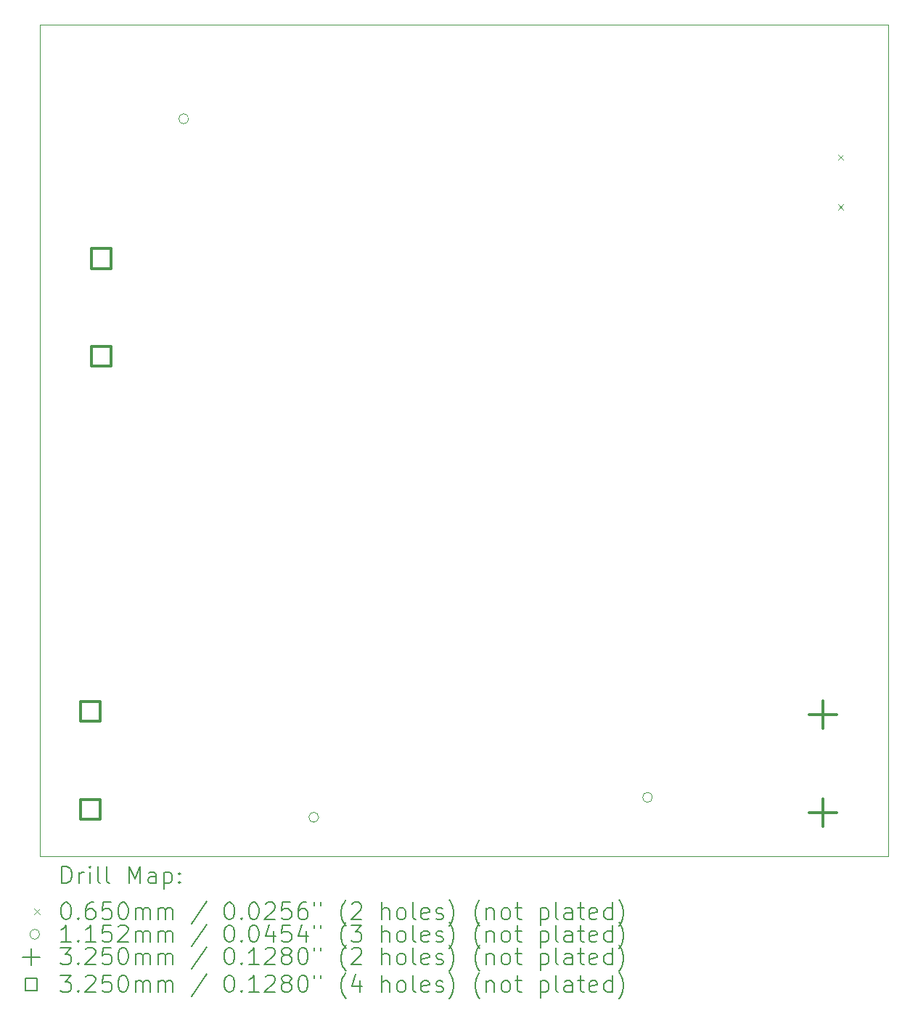
<source format=gbr>
%TF.GenerationSoftware,KiCad,Pcbnew,9.0.3-9.0.3-0~ubuntu24.04.1*%
%TF.CreationDate,2025-08-23T12:09:58+02:00*%
%TF.ProjectId,acoustic-carrier-board,61636f75-7374-4696-932d-636172726965,rev?*%
%TF.SameCoordinates,Original*%
%TF.FileFunction,Drillmap*%
%TF.FilePolarity,Positive*%
%FSLAX45Y45*%
G04 Gerber Fmt 4.5, Leading zero omitted, Abs format (unit mm)*
G04 Created by KiCad (PCBNEW 9.0.3-9.0.3-0~ubuntu24.04.1) date 2025-08-23 12:09:58*
%MOMM*%
%LPD*%
G01*
G04 APERTURE LIST*
%ADD10C,0.050000*%
%ADD11C,0.200000*%
%ADD12C,0.100000*%
%ADD13C,0.115200*%
%ADD14C,0.324998*%
%ADD15C,0.325000*%
G04 APERTURE END LIST*
D10*
X4500000Y-5200000D02*
X14400000Y-5200000D01*
X14400000Y-14900000D01*
X4500000Y-14900000D01*
X4500000Y-5200000D01*
D11*
D12*
X13810500Y-6715500D02*
X13875500Y-6780500D01*
X13875500Y-6715500D02*
X13810500Y-6780500D01*
X13810500Y-7293500D02*
X13875500Y-7358500D01*
X13875500Y-7293500D02*
X13810500Y-7358500D01*
D13*
X6234600Y-6299000D02*
G75*
G02*
X6119400Y-6299000I-57600J0D01*
G01*
X6119400Y-6299000D02*
G75*
G02*
X6234600Y-6299000I57600J0D01*
G01*
X7752600Y-14442000D02*
G75*
G02*
X7637400Y-14442000I-57600J0D01*
G01*
X7637400Y-14442000D02*
G75*
G02*
X7752600Y-14442000I57600J0D01*
G01*
X11646600Y-14210000D02*
G75*
G02*
X11531400Y-14210000I-57600J0D01*
G01*
X11531400Y-14210000D02*
G75*
G02*
X11646600Y-14210000I57600J0D01*
G01*
D14*
X13635500Y-13085517D02*
X13635500Y-13410515D01*
X13473001Y-13248016D02*
X13797999Y-13248016D01*
X13635500Y-14227501D02*
X13635500Y-14552499D01*
X13473001Y-14390000D02*
X13797999Y-14390000D01*
D15*
X5204906Y-13325906D02*
X5204906Y-13096094D01*
X4975094Y-13096094D01*
X4975094Y-13325906D01*
X5204906Y-13325906D01*
X5204906Y-14468906D02*
X5204906Y-14239094D01*
X4975094Y-14239094D01*
X4975094Y-14468906D01*
X5204906Y-14468906D01*
X5329572Y-8043362D02*
X5329572Y-7813550D01*
X5099760Y-7813550D01*
X5099760Y-8043362D01*
X5329572Y-8043362D01*
X5330906Y-9185906D02*
X5330906Y-8956094D01*
X5101094Y-8956094D01*
X5101094Y-9185906D01*
X5330906Y-9185906D01*
D11*
X4758277Y-15213984D02*
X4758277Y-15013984D01*
X4758277Y-15013984D02*
X4805896Y-15013984D01*
X4805896Y-15013984D02*
X4834467Y-15023508D01*
X4834467Y-15023508D02*
X4853515Y-15042555D01*
X4853515Y-15042555D02*
X4863039Y-15061603D01*
X4863039Y-15061603D02*
X4872563Y-15099698D01*
X4872563Y-15099698D02*
X4872563Y-15128269D01*
X4872563Y-15128269D02*
X4863039Y-15166365D01*
X4863039Y-15166365D02*
X4853515Y-15185412D01*
X4853515Y-15185412D02*
X4834467Y-15204460D01*
X4834467Y-15204460D02*
X4805896Y-15213984D01*
X4805896Y-15213984D02*
X4758277Y-15213984D01*
X4958277Y-15213984D02*
X4958277Y-15080650D01*
X4958277Y-15118746D02*
X4967801Y-15099698D01*
X4967801Y-15099698D02*
X4977324Y-15090174D01*
X4977324Y-15090174D02*
X4996372Y-15080650D01*
X4996372Y-15080650D02*
X5015420Y-15080650D01*
X5082086Y-15213984D02*
X5082086Y-15080650D01*
X5082086Y-15013984D02*
X5072563Y-15023508D01*
X5072563Y-15023508D02*
X5082086Y-15033031D01*
X5082086Y-15033031D02*
X5091610Y-15023508D01*
X5091610Y-15023508D02*
X5082086Y-15013984D01*
X5082086Y-15013984D02*
X5082086Y-15033031D01*
X5205896Y-15213984D02*
X5186848Y-15204460D01*
X5186848Y-15204460D02*
X5177324Y-15185412D01*
X5177324Y-15185412D02*
X5177324Y-15013984D01*
X5310658Y-15213984D02*
X5291610Y-15204460D01*
X5291610Y-15204460D02*
X5282086Y-15185412D01*
X5282086Y-15185412D02*
X5282086Y-15013984D01*
X5539229Y-15213984D02*
X5539229Y-15013984D01*
X5539229Y-15013984D02*
X5605896Y-15156841D01*
X5605896Y-15156841D02*
X5672562Y-15013984D01*
X5672562Y-15013984D02*
X5672562Y-15213984D01*
X5853515Y-15213984D02*
X5853515Y-15109222D01*
X5853515Y-15109222D02*
X5843991Y-15090174D01*
X5843991Y-15090174D02*
X5824943Y-15080650D01*
X5824943Y-15080650D02*
X5786848Y-15080650D01*
X5786848Y-15080650D02*
X5767801Y-15090174D01*
X5853515Y-15204460D02*
X5834467Y-15213984D01*
X5834467Y-15213984D02*
X5786848Y-15213984D01*
X5786848Y-15213984D02*
X5767801Y-15204460D01*
X5767801Y-15204460D02*
X5758277Y-15185412D01*
X5758277Y-15185412D02*
X5758277Y-15166365D01*
X5758277Y-15166365D02*
X5767801Y-15147317D01*
X5767801Y-15147317D02*
X5786848Y-15137793D01*
X5786848Y-15137793D02*
X5834467Y-15137793D01*
X5834467Y-15137793D02*
X5853515Y-15128269D01*
X5948753Y-15080650D02*
X5948753Y-15280650D01*
X5948753Y-15090174D02*
X5967801Y-15080650D01*
X5967801Y-15080650D02*
X6005896Y-15080650D01*
X6005896Y-15080650D02*
X6024943Y-15090174D01*
X6024943Y-15090174D02*
X6034467Y-15099698D01*
X6034467Y-15099698D02*
X6043991Y-15118746D01*
X6043991Y-15118746D02*
X6043991Y-15175888D01*
X6043991Y-15175888D02*
X6034467Y-15194936D01*
X6034467Y-15194936D02*
X6024943Y-15204460D01*
X6024943Y-15204460D02*
X6005896Y-15213984D01*
X6005896Y-15213984D02*
X5967801Y-15213984D01*
X5967801Y-15213984D02*
X5948753Y-15204460D01*
X6129705Y-15194936D02*
X6139229Y-15204460D01*
X6139229Y-15204460D02*
X6129705Y-15213984D01*
X6129705Y-15213984D02*
X6120182Y-15204460D01*
X6120182Y-15204460D02*
X6129705Y-15194936D01*
X6129705Y-15194936D02*
X6129705Y-15213984D01*
X6129705Y-15090174D02*
X6139229Y-15099698D01*
X6139229Y-15099698D02*
X6129705Y-15109222D01*
X6129705Y-15109222D02*
X6120182Y-15099698D01*
X6120182Y-15099698D02*
X6129705Y-15090174D01*
X6129705Y-15090174D02*
X6129705Y-15109222D01*
D12*
X4432500Y-15510000D02*
X4497500Y-15575000D01*
X4497500Y-15510000D02*
X4432500Y-15575000D01*
D11*
X4796372Y-15433984D02*
X4815420Y-15433984D01*
X4815420Y-15433984D02*
X4834467Y-15443508D01*
X4834467Y-15443508D02*
X4843991Y-15453031D01*
X4843991Y-15453031D02*
X4853515Y-15472079D01*
X4853515Y-15472079D02*
X4863039Y-15510174D01*
X4863039Y-15510174D02*
X4863039Y-15557793D01*
X4863039Y-15557793D02*
X4853515Y-15595888D01*
X4853515Y-15595888D02*
X4843991Y-15614936D01*
X4843991Y-15614936D02*
X4834467Y-15624460D01*
X4834467Y-15624460D02*
X4815420Y-15633984D01*
X4815420Y-15633984D02*
X4796372Y-15633984D01*
X4796372Y-15633984D02*
X4777324Y-15624460D01*
X4777324Y-15624460D02*
X4767801Y-15614936D01*
X4767801Y-15614936D02*
X4758277Y-15595888D01*
X4758277Y-15595888D02*
X4748753Y-15557793D01*
X4748753Y-15557793D02*
X4748753Y-15510174D01*
X4748753Y-15510174D02*
X4758277Y-15472079D01*
X4758277Y-15472079D02*
X4767801Y-15453031D01*
X4767801Y-15453031D02*
X4777324Y-15443508D01*
X4777324Y-15443508D02*
X4796372Y-15433984D01*
X4948753Y-15614936D02*
X4958277Y-15624460D01*
X4958277Y-15624460D02*
X4948753Y-15633984D01*
X4948753Y-15633984D02*
X4939229Y-15624460D01*
X4939229Y-15624460D02*
X4948753Y-15614936D01*
X4948753Y-15614936D02*
X4948753Y-15633984D01*
X5129705Y-15433984D02*
X5091610Y-15433984D01*
X5091610Y-15433984D02*
X5072563Y-15443508D01*
X5072563Y-15443508D02*
X5063039Y-15453031D01*
X5063039Y-15453031D02*
X5043991Y-15481603D01*
X5043991Y-15481603D02*
X5034467Y-15519698D01*
X5034467Y-15519698D02*
X5034467Y-15595888D01*
X5034467Y-15595888D02*
X5043991Y-15614936D01*
X5043991Y-15614936D02*
X5053515Y-15624460D01*
X5053515Y-15624460D02*
X5072563Y-15633984D01*
X5072563Y-15633984D02*
X5110658Y-15633984D01*
X5110658Y-15633984D02*
X5129705Y-15624460D01*
X5129705Y-15624460D02*
X5139229Y-15614936D01*
X5139229Y-15614936D02*
X5148753Y-15595888D01*
X5148753Y-15595888D02*
X5148753Y-15548269D01*
X5148753Y-15548269D02*
X5139229Y-15529222D01*
X5139229Y-15529222D02*
X5129705Y-15519698D01*
X5129705Y-15519698D02*
X5110658Y-15510174D01*
X5110658Y-15510174D02*
X5072563Y-15510174D01*
X5072563Y-15510174D02*
X5053515Y-15519698D01*
X5053515Y-15519698D02*
X5043991Y-15529222D01*
X5043991Y-15529222D02*
X5034467Y-15548269D01*
X5329705Y-15433984D02*
X5234467Y-15433984D01*
X5234467Y-15433984D02*
X5224944Y-15529222D01*
X5224944Y-15529222D02*
X5234467Y-15519698D01*
X5234467Y-15519698D02*
X5253515Y-15510174D01*
X5253515Y-15510174D02*
X5301134Y-15510174D01*
X5301134Y-15510174D02*
X5320182Y-15519698D01*
X5320182Y-15519698D02*
X5329705Y-15529222D01*
X5329705Y-15529222D02*
X5339229Y-15548269D01*
X5339229Y-15548269D02*
X5339229Y-15595888D01*
X5339229Y-15595888D02*
X5329705Y-15614936D01*
X5329705Y-15614936D02*
X5320182Y-15624460D01*
X5320182Y-15624460D02*
X5301134Y-15633984D01*
X5301134Y-15633984D02*
X5253515Y-15633984D01*
X5253515Y-15633984D02*
X5234467Y-15624460D01*
X5234467Y-15624460D02*
X5224944Y-15614936D01*
X5463039Y-15433984D02*
X5482086Y-15433984D01*
X5482086Y-15433984D02*
X5501134Y-15443508D01*
X5501134Y-15443508D02*
X5510658Y-15453031D01*
X5510658Y-15453031D02*
X5520182Y-15472079D01*
X5520182Y-15472079D02*
X5529705Y-15510174D01*
X5529705Y-15510174D02*
X5529705Y-15557793D01*
X5529705Y-15557793D02*
X5520182Y-15595888D01*
X5520182Y-15595888D02*
X5510658Y-15614936D01*
X5510658Y-15614936D02*
X5501134Y-15624460D01*
X5501134Y-15624460D02*
X5482086Y-15633984D01*
X5482086Y-15633984D02*
X5463039Y-15633984D01*
X5463039Y-15633984D02*
X5443991Y-15624460D01*
X5443991Y-15624460D02*
X5434467Y-15614936D01*
X5434467Y-15614936D02*
X5424944Y-15595888D01*
X5424944Y-15595888D02*
X5415420Y-15557793D01*
X5415420Y-15557793D02*
X5415420Y-15510174D01*
X5415420Y-15510174D02*
X5424944Y-15472079D01*
X5424944Y-15472079D02*
X5434467Y-15453031D01*
X5434467Y-15453031D02*
X5443991Y-15443508D01*
X5443991Y-15443508D02*
X5463039Y-15433984D01*
X5615420Y-15633984D02*
X5615420Y-15500650D01*
X5615420Y-15519698D02*
X5624943Y-15510174D01*
X5624943Y-15510174D02*
X5643991Y-15500650D01*
X5643991Y-15500650D02*
X5672563Y-15500650D01*
X5672563Y-15500650D02*
X5691610Y-15510174D01*
X5691610Y-15510174D02*
X5701134Y-15529222D01*
X5701134Y-15529222D02*
X5701134Y-15633984D01*
X5701134Y-15529222D02*
X5710658Y-15510174D01*
X5710658Y-15510174D02*
X5729705Y-15500650D01*
X5729705Y-15500650D02*
X5758277Y-15500650D01*
X5758277Y-15500650D02*
X5777324Y-15510174D01*
X5777324Y-15510174D02*
X5786848Y-15529222D01*
X5786848Y-15529222D02*
X5786848Y-15633984D01*
X5882086Y-15633984D02*
X5882086Y-15500650D01*
X5882086Y-15519698D02*
X5891610Y-15510174D01*
X5891610Y-15510174D02*
X5910658Y-15500650D01*
X5910658Y-15500650D02*
X5939229Y-15500650D01*
X5939229Y-15500650D02*
X5958277Y-15510174D01*
X5958277Y-15510174D02*
X5967801Y-15529222D01*
X5967801Y-15529222D02*
X5967801Y-15633984D01*
X5967801Y-15529222D02*
X5977324Y-15510174D01*
X5977324Y-15510174D02*
X5996372Y-15500650D01*
X5996372Y-15500650D02*
X6024943Y-15500650D01*
X6024943Y-15500650D02*
X6043991Y-15510174D01*
X6043991Y-15510174D02*
X6053515Y-15529222D01*
X6053515Y-15529222D02*
X6053515Y-15633984D01*
X6443991Y-15424460D02*
X6272563Y-15681603D01*
X6701134Y-15433984D02*
X6720182Y-15433984D01*
X6720182Y-15433984D02*
X6739229Y-15443508D01*
X6739229Y-15443508D02*
X6748753Y-15453031D01*
X6748753Y-15453031D02*
X6758277Y-15472079D01*
X6758277Y-15472079D02*
X6767801Y-15510174D01*
X6767801Y-15510174D02*
X6767801Y-15557793D01*
X6767801Y-15557793D02*
X6758277Y-15595888D01*
X6758277Y-15595888D02*
X6748753Y-15614936D01*
X6748753Y-15614936D02*
X6739229Y-15624460D01*
X6739229Y-15624460D02*
X6720182Y-15633984D01*
X6720182Y-15633984D02*
X6701134Y-15633984D01*
X6701134Y-15633984D02*
X6682086Y-15624460D01*
X6682086Y-15624460D02*
X6672563Y-15614936D01*
X6672563Y-15614936D02*
X6663039Y-15595888D01*
X6663039Y-15595888D02*
X6653515Y-15557793D01*
X6653515Y-15557793D02*
X6653515Y-15510174D01*
X6653515Y-15510174D02*
X6663039Y-15472079D01*
X6663039Y-15472079D02*
X6672563Y-15453031D01*
X6672563Y-15453031D02*
X6682086Y-15443508D01*
X6682086Y-15443508D02*
X6701134Y-15433984D01*
X6853515Y-15614936D02*
X6863039Y-15624460D01*
X6863039Y-15624460D02*
X6853515Y-15633984D01*
X6853515Y-15633984D02*
X6843991Y-15624460D01*
X6843991Y-15624460D02*
X6853515Y-15614936D01*
X6853515Y-15614936D02*
X6853515Y-15633984D01*
X6986848Y-15433984D02*
X7005896Y-15433984D01*
X7005896Y-15433984D02*
X7024944Y-15443508D01*
X7024944Y-15443508D02*
X7034467Y-15453031D01*
X7034467Y-15453031D02*
X7043991Y-15472079D01*
X7043991Y-15472079D02*
X7053515Y-15510174D01*
X7053515Y-15510174D02*
X7053515Y-15557793D01*
X7053515Y-15557793D02*
X7043991Y-15595888D01*
X7043991Y-15595888D02*
X7034467Y-15614936D01*
X7034467Y-15614936D02*
X7024944Y-15624460D01*
X7024944Y-15624460D02*
X7005896Y-15633984D01*
X7005896Y-15633984D02*
X6986848Y-15633984D01*
X6986848Y-15633984D02*
X6967801Y-15624460D01*
X6967801Y-15624460D02*
X6958277Y-15614936D01*
X6958277Y-15614936D02*
X6948753Y-15595888D01*
X6948753Y-15595888D02*
X6939229Y-15557793D01*
X6939229Y-15557793D02*
X6939229Y-15510174D01*
X6939229Y-15510174D02*
X6948753Y-15472079D01*
X6948753Y-15472079D02*
X6958277Y-15453031D01*
X6958277Y-15453031D02*
X6967801Y-15443508D01*
X6967801Y-15443508D02*
X6986848Y-15433984D01*
X7129706Y-15453031D02*
X7139229Y-15443508D01*
X7139229Y-15443508D02*
X7158277Y-15433984D01*
X7158277Y-15433984D02*
X7205896Y-15433984D01*
X7205896Y-15433984D02*
X7224944Y-15443508D01*
X7224944Y-15443508D02*
X7234467Y-15453031D01*
X7234467Y-15453031D02*
X7243991Y-15472079D01*
X7243991Y-15472079D02*
X7243991Y-15491127D01*
X7243991Y-15491127D02*
X7234467Y-15519698D01*
X7234467Y-15519698D02*
X7120182Y-15633984D01*
X7120182Y-15633984D02*
X7243991Y-15633984D01*
X7424944Y-15433984D02*
X7329706Y-15433984D01*
X7329706Y-15433984D02*
X7320182Y-15529222D01*
X7320182Y-15529222D02*
X7329706Y-15519698D01*
X7329706Y-15519698D02*
X7348753Y-15510174D01*
X7348753Y-15510174D02*
X7396372Y-15510174D01*
X7396372Y-15510174D02*
X7415420Y-15519698D01*
X7415420Y-15519698D02*
X7424944Y-15529222D01*
X7424944Y-15529222D02*
X7434467Y-15548269D01*
X7434467Y-15548269D02*
X7434467Y-15595888D01*
X7434467Y-15595888D02*
X7424944Y-15614936D01*
X7424944Y-15614936D02*
X7415420Y-15624460D01*
X7415420Y-15624460D02*
X7396372Y-15633984D01*
X7396372Y-15633984D02*
X7348753Y-15633984D01*
X7348753Y-15633984D02*
X7329706Y-15624460D01*
X7329706Y-15624460D02*
X7320182Y-15614936D01*
X7605896Y-15433984D02*
X7567801Y-15433984D01*
X7567801Y-15433984D02*
X7548753Y-15443508D01*
X7548753Y-15443508D02*
X7539229Y-15453031D01*
X7539229Y-15453031D02*
X7520182Y-15481603D01*
X7520182Y-15481603D02*
X7510658Y-15519698D01*
X7510658Y-15519698D02*
X7510658Y-15595888D01*
X7510658Y-15595888D02*
X7520182Y-15614936D01*
X7520182Y-15614936D02*
X7529706Y-15624460D01*
X7529706Y-15624460D02*
X7548753Y-15633984D01*
X7548753Y-15633984D02*
X7586848Y-15633984D01*
X7586848Y-15633984D02*
X7605896Y-15624460D01*
X7605896Y-15624460D02*
X7615420Y-15614936D01*
X7615420Y-15614936D02*
X7624944Y-15595888D01*
X7624944Y-15595888D02*
X7624944Y-15548269D01*
X7624944Y-15548269D02*
X7615420Y-15529222D01*
X7615420Y-15529222D02*
X7605896Y-15519698D01*
X7605896Y-15519698D02*
X7586848Y-15510174D01*
X7586848Y-15510174D02*
X7548753Y-15510174D01*
X7548753Y-15510174D02*
X7529706Y-15519698D01*
X7529706Y-15519698D02*
X7520182Y-15529222D01*
X7520182Y-15529222D02*
X7510658Y-15548269D01*
X7701134Y-15433984D02*
X7701134Y-15472079D01*
X7777325Y-15433984D02*
X7777325Y-15472079D01*
X8072563Y-15710174D02*
X8063039Y-15700650D01*
X8063039Y-15700650D02*
X8043991Y-15672079D01*
X8043991Y-15672079D02*
X8034468Y-15653031D01*
X8034468Y-15653031D02*
X8024944Y-15624460D01*
X8024944Y-15624460D02*
X8015420Y-15576841D01*
X8015420Y-15576841D02*
X8015420Y-15538746D01*
X8015420Y-15538746D02*
X8024944Y-15491127D01*
X8024944Y-15491127D02*
X8034468Y-15462555D01*
X8034468Y-15462555D02*
X8043991Y-15443508D01*
X8043991Y-15443508D02*
X8063039Y-15414936D01*
X8063039Y-15414936D02*
X8072563Y-15405412D01*
X8139229Y-15453031D02*
X8148753Y-15443508D01*
X8148753Y-15443508D02*
X8167801Y-15433984D01*
X8167801Y-15433984D02*
X8215420Y-15433984D01*
X8215420Y-15433984D02*
X8234468Y-15443508D01*
X8234468Y-15443508D02*
X8243991Y-15453031D01*
X8243991Y-15453031D02*
X8253515Y-15472079D01*
X8253515Y-15472079D02*
X8253515Y-15491127D01*
X8253515Y-15491127D02*
X8243991Y-15519698D01*
X8243991Y-15519698D02*
X8129706Y-15633984D01*
X8129706Y-15633984D02*
X8253515Y-15633984D01*
X8491611Y-15633984D02*
X8491611Y-15433984D01*
X8577325Y-15633984D02*
X8577325Y-15529222D01*
X8577325Y-15529222D02*
X8567801Y-15510174D01*
X8567801Y-15510174D02*
X8548753Y-15500650D01*
X8548753Y-15500650D02*
X8520182Y-15500650D01*
X8520182Y-15500650D02*
X8501134Y-15510174D01*
X8501134Y-15510174D02*
X8491611Y-15519698D01*
X8701134Y-15633984D02*
X8682087Y-15624460D01*
X8682087Y-15624460D02*
X8672563Y-15614936D01*
X8672563Y-15614936D02*
X8663039Y-15595888D01*
X8663039Y-15595888D02*
X8663039Y-15538746D01*
X8663039Y-15538746D02*
X8672563Y-15519698D01*
X8672563Y-15519698D02*
X8682087Y-15510174D01*
X8682087Y-15510174D02*
X8701134Y-15500650D01*
X8701134Y-15500650D02*
X8729706Y-15500650D01*
X8729706Y-15500650D02*
X8748753Y-15510174D01*
X8748753Y-15510174D02*
X8758277Y-15519698D01*
X8758277Y-15519698D02*
X8767801Y-15538746D01*
X8767801Y-15538746D02*
X8767801Y-15595888D01*
X8767801Y-15595888D02*
X8758277Y-15614936D01*
X8758277Y-15614936D02*
X8748753Y-15624460D01*
X8748753Y-15624460D02*
X8729706Y-15633984D01*
X8729706Y-15633984D02*
X8701134Y-15633984D01*
X8882087Y-15633984D02*
X8863039Y-15624460D01*
X8863039Y-15624460D02*
X8853515Y-15605412D01*
X8853515Y-15605412D02*
X8853515Y-15433984D01*
X9034468Y-15624460D02*
X9015420Y-15633984D01*
X9015420Y-15633984D02*
X8977325Y-15633984D01*
X8977325Y-15633984D02*
X8958277Y-15624460D01*
X8958277Y-15624460D02*
X8948753Y-15605412D01*
X8948753Y-15605412D02*
X8948753Y-15529222D01*
X8948753Y-15529222D02*
X8958277Y-15510174D01*
X8958277Y-15510174D02*
X8977325Y-15500650D01*
X8977325Y-15500650D02*
X9015420Y-15500650D01*
X9015420Y-15500650D02*
X9034468Y-15510174D01*
X9034468Y-15510174D02*
X9043992Y-15529222D01*
X9043992Y-15529222D02*
X9043992Y-15548269D01*
X9043992Y-15548269D02*
X8948753Y-15567317D01*
X9120182Y-15624460D02*
X9139230Y-15633984D01*
X9139230Y-15633984D02*
X9177325Y-15633984D01*
X9177325Y-15633984D02*
X9196373Y-15624460D01*
X9196373Y-15624460D02*
X9205896Y-15605412D01*
X9205896Y-15605412D02*
X9205896Y-15595888D01*
X9205896Y-15595888D02*
X9196373Y-15576841D01*
X9196373Y-15576841D02*
X9177325Y-15567317D01*
X9177325Y-15567317D02*
X9148753Y-15567317D01*
X9148753Y-15567317D02*
X9129706Y-15557793D01*
X9129706Y-15557793D02*
X9120182Y-15538746D01*
X9120182Y-15538746D02*
X9120182Y-15529222D01*
X9120182Y-15529222D02*
X9129706Y-15510174D01*
X9129706Y-15510174D02*
X9148753Y-15500650D01*
X9148753Y-15500650D02*
X9177325Y-15500650D01*
X9177325Y-15500650D02*
X9196373Y-15510174D01*
X9272563Y-15710174D02*
X9282087Y-15700650D01*
X9282087Y-15700650D02*
X9301134Y-15672079D01*
X9301134Y-15672079D02*
X9310658Y-15653031D01*
X9310658Y-15653031D02*
X9320182Y-15624460D01*
X9320182Y-15624460D02*
X9329706Y-15576841D01*
X9329706Y-15576841D02*
X9329706Y-15538746D01*
X9329706Y-15538746D02*
X9320182Y-15491127D01*
X9320182Y-15491127D02*
X9310658Y-15462555D01*
X9310658Y-15462555D02*
X9301134Y-15443508D01*
X9301134Y-15443508D02*
X9282087Y-15414936D01*
X9282087Y-15414936D02*
X9272563Y-15405412D01*
X9634468Y-15710174D02*
X9624944Y-15700650D01*
X9624944Y-15700650D02*
X9605896Y-15672079D01*
X9605896Y-15672079D02*
X9596373Y-15653031D01*
X9596373Y-15653031D02*
X9586849Y-15624460D01*
X9586849Y-15624460D02*
X9577325Y-15576841D01*
X9577325Y-15576841D02*
X9577325Y-15538746D01*
X9577325Y-15538746D02*
X9586849Y-15491127D01*
X9586849Y-15491127D02*
X9596373Y-15462555D01*
X9596373Y-15462555D02*
X9605896Y-15443508D01*
X9605896Y-15443508D02*
X9624944Y-15414936D01*
X9624944Y-15414936D02*
X9634468Y-15405412D01*
X9710658Y-15500650D02*
X9710658Y-15633984D01*
X9710658Y-15519698D02*
X9720182Y-15510174D01*
X9720182Y-15510174D02*
X9739230Y-15500650D01*
X9739230Y-15500650D02*
X9767801Y-15500650D01*
X9767801Y-15500650D02*
X9786849Y-15510174D01*
X9786849Y-15510174D02*
X9796373Y-15529222D01*
X9796373Y-15529222D02*
X9796373Y-15633984D01*
X9920182Y-15633984D02*
X9901134Y-15624460D01*
X9901134Y-15624460D02*
X9891611Y-15614936D01*
X9891611Y-15614936D02*
X9882087Y-15595888D01*
X9882087Y-15595888D02*
X9882087Y-15538746D01*
X9882087Y-15538746D02*
X9891611Y-15519698D01*
X9891611Y-15519698D02*
X9901134Y-15510174D01*
X9901134Y-15510174D02*
X9920182Y-15500650D01*
X9920182Y-15500650D02*
X9948754Y-15500650D01*
X9948754Y-15500650D02*
X9967801Y-15510174D01*
X9967801Y-15510174D02*
X9977325Y-15519698D01*
X9977325Y-15519698D02*
X9986849Y-15538746D01*
X9986849Y-15538746D02*
X9986849Y-15595888D01*
X9986849Y-15595888D02*
X9977325Y-15614936D01*
X9977325Y-15614936D02*
X9967801Y-15624460D01*
X9967801Y-15624460D02*
X9948754Y-15633984D01*
X9948754Y-15633984D02*
X9920182Y-15633984D01*
X10043992Y-15500650D02*
X10120182Y-15500650D01*
X10072563Y-15433984D02*
X10072563Y-15605412D01*
X10072563Y-15605412D02*
X10082087Y-15624460D01*
X10082087Y-15624460D02*
X10101134Y-15633984D01*
X10101134Y-15633984D02*
X10120182Y-15633984D01*
X10339230Y-15500650D02*
X10339230Y-15700650D01*
X10339230Y-15510174D02*
X10358277Y-15500650D01*
X10358277Y-15500650D02*
X10396373Y-15500650D01*
X10396373Y-15500650D02*
X10415420Y-15510174D01*
X10415420Y-15510174D02*
X10424944Y-15519698D01*
X10424944Y-15519698D02*
X10434468Y-15538746D01*
X10434468Y-15538746D02*
X10434468Y-15595888D01*
X10434468Y-15595888D02*
X10424944Y-15614936D01*
X10424944Y-15614936D02*
X10415420Y-15624460D01*
X10415420Y-15624460D02*
X10396373Y-15633984D01*
X10396373Y-15633984D02*
X10358277Y-15633984D01*
X10358277Y-15633984D02*
X10339230Y-15624460D01*
X10548754Y-15633984D02*
X10529706Y-15624460D01*
X10529706Y-15624460D02*
X10520182Y-15605412D01*
X10520182Y-15605412D02*
X10520182Y-15433984D01*
X10710658Y-15633984D02*
X10710658Y-15529222D01*
X10710658Y-15529222D02*
X10701135Y-15510174D01*
X10701135Y-15510174D02*
X10682087Y-15500650D01*
X10682087Y-15500650D02*
X10643992Y-15500650D01*
X10643992Y-15500650D02*
X10624944Y-15510174D01*
X10710658Y-15624460D02*
X10691611Y-15633984D01*
X10691611Y-15633984D02*
X10643992Y-15633984D01*
X10643992Y-15633984D02*
X10624944Y-15624460D01*
X10624944Y-15624460D02*
X10615420Y-15605412D01*
X10615420Y-15605412D02*
X10615420Y-15586365D01*
X10615420Y-15586365D02*
X10624944Y-15567317D01*
X10624944Y-15567317D02*
X10643992Y-15557793D01*
X10643992Y-15557793D02*
X10691611Y-15557793D01*
X10691611Y-15557793D02*
X10710658Y-15548269D01*
X10777325Y-15500650D02*
X10853515Y-15500650D01*
X10805896Y-15433984D02*
X10805896Y-15605412D01*
X10805896Y-15605412D02*
X10815420Y-15624460D01*
X10815420Y-15624460D02*
X10834468Y-15633984D01*
X10834468Y-15633984D02*
X10853515Y-15633984D01*
X10996373Y-15624460D02*
X10977325Y-15633984D01*
X10977325Y-15633984D02*
X10939230Y-15633984D01*
X10939230Y-15633984D02*
X10920182Y-15624460D01*
X10920182Y-15624460D02*
X10910658Y-15605412D01*
X10910658Y-15605412D02*
X10910658Y-15529222D01*
X10910658Y-15529222D02*
X10920182Y-15510174D01*
X10920182Y-15510174D02*
X10939230Y-15500650D01*
X10939230Y-15500650D02*
X10977325Y-15500650D01*
X10977325Y-15500650D02*
X10996373Y-15510174D01*
X10996373Y-15510174D02*
X11005896Y-15529222D01*
X11005896Y-15529222D02*
X11005896Y-15548269D01*
X11005896Y-15548269D02*
X10910658Y-15567317D01*
X11177325Y-15633984D02*
X11177325Y-15433984D01*
X11177325Y-15624460D02*
X11158277Y-15633984D01*
X11158277Y-15633984D02*
X11120182Y-15633984D01*
X11120182Y-15633984D02*
X11101135Y-15624460D01*
X11101135Y-15624460D02*
X11091611Y-15614936D01*
X11091611Y-15614936D02*
X11082087Y-15595888D01*
X11082087Y-15595888D02*
X11082087Y-15538746D01*
X11082087Y-15538746D02*
X11091611Y-15519698D01*
X11091611Y-15519698D02*
X11101135Y-15510174D01*
X11101135Y-15510174D02*
X11120182Y-15500650D01*
X11120182Y-15500650D02*
X11158277Y-15500650D01*
X11158277Y-15500650D02*
X11177325Y-15510174D01*
X11253515Y-15710174D02*
X11263039Y-15700650D01*
X11263039Y-15700650D02*
X11282087Y-15672079D01*
X11282087Y-15672079D02*
X11291611Y-15653031D01*
X11291611Y-15653031D02*
X11301134Y-15624460D01*
X11301134Y-15624460D02*
X11310658Y-15576841D01*
X11310658Y-15576841D02*
X11310658Y-15538746D01*
X11310658Y-15538746D02*
X11301134Y-15491127D01*
X11301134Y-15491127D02*
X11291611Y-15462555D01*
X11291611Y-15462555D02*
X11282087Y-15443508D01*
X11282087Y-15443508D02*
X11263039Y-15414936D01*
X11263039Y-15414936D02*
X11253515Y-15405412D01*
D13*
X4497500Y-15806500D02*
G75*
G02*
X4382300Y-15806500I-57600J0D01*
G01*
X4382300Y-15806500D02*
G75*
G02*
X4497500Y-15806500I57600J0D01*
G01*
D11*
X4863039Y-15897984D02*
X4748753Y-15897984D01*
X4805896Y-15897984D02*
X4805896Y-15697984D01*
X4805896Y-15697984D02*
X4786848Y-15726555D01*
X4786848Y-15726555D02*
X4767801Y-15745603D01*
X4767801Y-15745603D02*
X4748753Y-15755127D01*
X4948753Y-15878936D02*
X4958277Y-15888460D01*
X4958277Y-15888460D02*
X4948753Y-15897984D01*
X4948753Y-15897984D02*
X4939229Y-15888460D01*
X4939229Y-15888460D02*
X4948753Y-15878936D01*
X4948753Y-15878936D02*
X4948753Y-15897984D01*
X5148753Y-15897984D02*
X5034467Y-15897984D01*
X5091610Y-15897984D02*
X5091610Y-15697984D01*
X5091610Y-15697984D02*
X5072563Y-15726555D01*
X5072563Y-15726555D02*
X5053515Y-15745603D01*
X5053515Y-15745603D02*
X5034467Y-15755127D01*
X5329705Y-15697984D02*
X5234467Y-15697984D01*
X5234467Y-15697984D02*
X5224944Y-15793222D01*
X5224944Y-15793222D02*
X5234467Y-15783698D01*
X5234467Y-15783698D02*
X5253515Y-15774174D01*
X5253515Y-15774174D02*
X5301134Y-15774174D01*
X5301134Y-15774174D02*
X5320182Y-15783698D01*
X5320182Y-15783698D02*
X5329705Y-15793222D01*
X5329705Y-15793222D02*
X5339229Y-15812269D01*
X5339229Y-15812269D02*
X5339229Y-15859888D01*
X5339229Y-15859888D02*
X5329705Y-15878936D01*
X5329705Y-15878936D02*
X5320182Y-15888460D01*
X5320182Y-15888460D02*
X5301134Y-15897984D01*
X5301134Y-15897984D02*
X5253515Y-15897984D01*
X5253515Y-15897984D02*
X5234467Y-15888460D01*
X5234467Y-15888460D02*
X5224944Y-15878936D01*
X5415420Y-15717031D02*
X5424944Y-15707508D01*
X5424944Y-15707508D02*
X5443991Y-15697984D01*
X5443991Y-15697984D02*
X5491610Y-15697984D01*
X5491610Y-15697984D02*
X5510658Y-15707508D01*
X5510658Y-15707508D02*
X5520182Y-15717031D01*
X5520182Y-15717031D02*
X5529705Y-15736079D01*
X5529705Y-15736079D02*
X5529705Y-15755127D01*
X5529705Y-15755127D02*
X5520182Y-15783698D01*
X5520182Y-15783698D02*
X5405896Y-15897984D01*
X5405896Y-15897984D02*
X5529705Y-15897984D01*
X5615420Y-15897984D02*
X5615420Y-15764650D01*
X5615420Y-15783698D02*
X5624943Y-15774174D01*
X5624943Y-15774174D02*
X5643991Y-15764650D01*
X5643991Y-15764650D02*
X5672563Y-15764650D01*
X5672563Y-15764650D02*
X5691610Y-15774174D01*
X5691610Y-15774174D02*
X5701134Y-15793222D01*
X5701134Y-15793222D02*
X5701134Y-15897984D01*
X5701134Y-15793222D02*
X5710658Y-15774174D01*
X5710658Y-15774174D02*
X5729705Y-15764650D01*
X5729705Y-15764650D02*
X5758277Y-15764650D01*
X5758277Y-15764650D02*
X5777324Y-15774174D01*
X5777324Y-15774174D02*
X5786848Y-15793222D01*
X5786848Y-15793222D02*
X5786848Y-15897984D01*
X5882086Y-15897984D02*
X5882086Y-15764650D01*
X5882086Y-15783698D02*
X5891610Y-15774174D01*
X5891610Y-15774174D02*
X5910658Y-15764650D01*
X5910658Y-15764650D02*
X5939229Y-15764650D01*
X5939229Y-15764650D02*
X5958277Y-15774174D01*
X5958277Y-15774174D02*
X5967801Y-15793222D01*
X5967801Y-15793222D02*
X5967801Y-15897984D01*
X5967801Y-15793222D02*
X5977324Y-15774174D01*
X5977324Y-15774174D02*
X5996372Y-15764650D01*
X5996372Y-15764650D02*
X6024943Y-15764650D01*
X6024943Y-15764650D02*
X6043991Y-15774174D01*
X6043991Y-15774174D02*
X6053515Y-15793222D01*
X6053515Y-15793222D02*
X6053515Y-15897984D01*
X6443991Y-15688460D02*
X6272563Y-15945603D01*
X6701134Y-15697984D02*
X6720182Y-15697984D01*
X6720182Y-15697984D02*
X6739229Y-15707508D01*
X6739229Y-15707508D02*
X6748753Y-15717031D01*
X6748753Y-15717031D02*
X6758277Y-15736079D01*
X6758277Y-15736079D02*
X6767801Y-15774174D01*
X6767801Y-15774174D02*
X6767801Y-15821793D01*
X6767801Y-15821793D02*
X6758277Y-15859888D01*
X6758277Y-15859888D02*
X6748753Y-15878936D01*
X6748753Y-15878936D02*
X6739229Y-15888460D01*
X6739229Y-15888460D02*
X6720182Y-15897984D01*
X6720182Y-15897984D02*
X6701134Y-15897984D01*
X6701134Y-15897984D02*
X6682086Y-15888460D01*
X6682086Y-15888460D02*
X6672563Y-15878936D01*
X6672563Y-15878936D02*
X6663039Y-15859888D01*
X6663039Y-15859888D02*
X6653515Y-15821793D01*
X6653515Y-15821793D02*
X6653515Y-15774174D01*
X6653515Y-15774174D02*
X6663039Y-15736079D01*
X6663039Y-15736079D02*
X6672563Y-15717031D01*
X6672563Y-15717031D02*
X6682086Y-15707508D01*
X6682086Y-15707508D02*
X6701134Y-15697984D01*
X6853515Y-15878936D02*
X6863039Y-15888460D01*
X6863039Y-15888460D02*
X6853515Y-15897984D01*
X6853515Y-15897984D02*
X6843991Y-15888460D01*
X6843991Y-15888460D02*
X6853515Y-15878936D01*
X6853515Y-15878936D02*
X6853515Y-15897984D01*
X6986848Y-15697984D02*
X7005896Y-15697984D01*
X7005896Y-15697984D02*
X7024944Y-15707508D01*
X7024944Y-15707508D02*
X7034467Y-15717031D01*
X7034467Y-15717031D02*
X7043991Y-15736079D01*
X7043991Y-15736079D02*
X7053515Y-15774174D01*
X7053515Y-15774174D02*
X7053515Y-15821793D01*
X7053515Y-15821793D02*
X7043991Y-15859888D01*
X7043991Y-15859888D02*
X7034467Y-15878936D01*
X7034467Y-15878936D02*
X7024944Y-15888460D01*
X7024944Y-15888460D02*
X7005896Y-15897984D01*
X7005896Y-15897984D02*
X6986848Y-15897984D01*
X6986848Y-15897984D02*
X6967801Y-15888460D01*
X6967801Y-15888460D02*
X6958277Y-15878936D01*
X6958277Y-15878936D02*
X6948753Y-15859888D01*
X6948753Y-15859888D02*
X6939229Y-15821793D01*
X6939229Y-15821793D02*
X6939229Y-15774174D01*
X6939229Y-15774174D02*
X6948753Y-15736079D01*
X6948753Y-15736079D02*
X6958277Y-15717031D01*
X6958277Y-15717031D02*
X6967801Y-15707508D01*
X6967801Y-15707508D02*
X6986848Y-15697984D01*
X7224944Y-15764650D02*
X7224944Y-15897984D01*
X7177325Y-15688460D02*
X7129706Y-15831317D01*
X7129706Y-15831317D02*
X7253515Y-15831317D01*
X7424944Y-15697984D02*
X7329706Y-15697984D01*
X7329706Y-15697984D02*
X7320182Y-15793222D01*
X7320182Y-15793222D02*
X7329706Y-15783698D01*
X7329706Y-15783698D02*
X7348753Y-15774174D01*
X7348753Y-15774174D02*
X7396372Y-15774174D01*
X7396372Y-15774174D02*
X7415420Y-15783698D01*
X7415420Y-15783698D02*
X7424944Y-15793222D01*
X7424944Y-15793222D02*
X7434467Y-15812269D01*
X7434467Y-15812269D02*
X7434467Y-15859888D01*
X7434467Y-15859888D02*
X7424944Y-15878936D01*
X7424944Y-15878936D02*
X7415420Y-15888460D01*
X7415420Y-15888460D02*
X7396372Y-15897984D01*
X7396372Y-15897984D02*
X7348753Y-15897984D01*
X7348753Y-15897984D02*
X7329706Y-15888460D01*
X7329706Y-15888460D02*
X7320182Y-15878936D01*
X7605896Y-15764650D02*
X7605896Y-15897984D01*
X7558277Y-15688460D02*
X7510658Y-15831317D01*
X7510658Y-15831317D02*
X7634467Y-15831317D01*
X7701134Y-15697984D02*
X7701134Y-15736079D01*
X7777325Y-15697984D02*
X7777325Y-15736079D01*
X8072563Y-15974174D02*
X8063039Y-15964650D01*
X8063039Y-15964650D02*
X8043991Y-15936079D01*
X8043991Y-15936079D02*
X8034468Y-15917031D01*
X8034468Y-15917031D02*
X8024944Y-15888460D01*
X8024944Y-15888460D02*
X8015420Y-15840841D01*
X8015420Y-15840841D02*
X8015420Y-15802746D01*
X8015420Y-15802746D02*
X8024944Y-15755127D01*
X8024944Y-15755127D02*
X8034468Y-15726555D01*
X8034468Y-15726555D02*
X8043991Y-15707508D01*
X8043991Y-15707508D02*
X8063039Y-15678936D01*
X8063039Y-15678936D02*
X8072563Y-15669412D01*
X8129706Y-15697984D02*
X8253515Y-15697984D01*
X8253515Y-15697984D02*
X8186848Y-15774174D01*
X8186848Y-15774174D02*
X8215420Y-15774174D01*
X8215420Y-15774174D02*
X8234468Y-15783698D01*
X8234468Y-15783698D02*
X8243991Y-15793222D01*
X8243991Y-15793222D02*
X8253515Y-15812269D01*
X8253515Y-15812269D02*
X8253515Y-15859888D01*
X8253515Y-15859888D02*
X8243991Y-15878936D01*
X8243991Y-15878936D02*
X8234468Y-15888460D01*
X8234468Y-15888460D02*
X8215420Y-15897984D01*
X8215420Y-15897984D02*
X8158277Y-15897984D01*
X8158277Y-15897984D02*
X8139229Y-15888460D01*
X8139229Y-15888460D02*
X8129706Y-15878936D01*
X8491611Y-15897984D02*
X8491611Y-15697984D01*
X8577325Y-15897984D02*
X8577325Y-15793222D01*
X8577325Y-15793222D02*
X8567801Y-15774174D01*
X8567801Y-15774174D02*
X8548753Y-15764650D01*
X8548753Y-15764650D02*
X8520182Y-15764650D01*
X8520182Y-15764650D02*
X8501134Y-15774174D01*
X8501134Y-15774174D02*
X8491611Y-15783698D01*
X8701134Y-15897984D02*
X8682087Y-15888460D01*
X8682087Y-15888460D02*
X8672563Y-15878936D01*
X8672563Y-15878936D02*
X8663039Y-15859888D01*
X8663039Y-15859888D02*
X8663039Y-15802746D01*
X8663039Y-15802746D02*
X8672563Y-15783698D01*
X8672563Y-15783698D02*
X8682087Y-15774174D01*
X8682087Y-15774174D02*
X8701134Y-15764650D01*
X8701134Y-15764650D02*
X8729706Y-15764650D01*
X8729706Y-15764650D02*
X8748753Y-15774174D01*
X8748753Y-15774174D02*
X8758277Y-15783698D01*
X8758277Y-15783698D02*
X8767801Y-15802746D01*
X8767801Y-15802746D02*
X8767801Y-15859888D01*
X8767801Y-15859888D02*
X8758277Y-15878936D01*
X8758277Y-15878936D02*
X8748753Y-15888460D01*
X8748753Y-15888460D02*
X8729706Y-15897984D01*
X8729706Y-15897984D02*
X8701134Y-15897984D01*
X8882087Y-15897984D02*
X8863039Y-15888460D01*
X8863039Y-15888460D02*
X8853515Y-15869412D01*
X8853515Y-15869412D02*
X8853515Y-15697984D01*
X9034468Y-15888460D02*
X9015420Y-15897984D01*
X9015420Y-15897984D02*
X8977325Y-15897984D01*
X8977325Y-15897984D02*
X8958277Y-15888460D01*
X8958277Y-15888460D02*
X8948753Y-15869412D01*
X8948753Y-15869412D02*
X8948753Y-15793222D01*
X8948753Y-15793222D02*
X8958277Y-15774174D01*
X8958277Y-15774174D02*
X8977325Y-15764650D01*
X8977325Y-15764650D02*
X9015420Y-15764650D01*
X9015420Y-15764650D02*
X9034468Y-15774174D01*
X9034468Y-15774174D02*
X9043992Y-15793222D01*
X9043992Y-15793222D02*
X9043992Y-15812269D01*
X9043992Y-15812269D02*
X8948753Y-15831317D01*
X9120182Y-15888460D02*
X9139230Y-15897984D01*
X9139230Y-15897984D02*
X9177325Y-15897984D01*
X9177325Y-15897984D02*
X9196373Y-15888460D01*
X9196373Y-15888460D02*
X9205896Y-15869412D01*
X9205896Y-15869412D02*
X9205896Y-15859888D01*
X9205896Y-15859888D02*
X9196373Y-15840841D01*
X9196373Y-15840841D02*
X9177325Y-15831317D01*
X9177325Y-15831317D02*
X9148753Y-15831317D01*
X9148753Y-15831317D02*
X9129706Y-15821793D01*
X9129706Y-15821793D02*
X9120182Y-15802746D01*
X9120182Y-15802746D02*
X9120182Y-15793222D01*
X9120182Y-15793222D02*
X9129706Y-15774174D01*
X9129706Y-15774174D02*
X9148753Y-15764650D01*
X9148753Y-15764650D02*
X9177325Y-15764650D01*
X9177325Y-15764650D02*
X9196373Y-15774174D01*
X9272563Y-15974174D02*
X9282087Y-15964650D01*
X9282087Y-15964650D02*
X9301134Y-15936079D01*
X9301134Y-15936079D02*
X9310658Y-15917031D01*
X9310658Y-15917031D02*
X9320182Y-15888460D01*
X9320182Y-15888460D02*
X9329706Y-15840841D01*
X9329706Y-15840841D02*
X9329706Y-15802746D01*
X9329706Y-15802746D02*
X9320182Y-15755127D01*
X9320182Y-15755127D02*
X9310658Y-15726555D01*
X9310658Y-15726555D02*
X9301134Y-15707508D01*
X9301134Y-15707508D02*
X9282087Y-15678936D01*
X9282087Y-15678936D02*
X9272563Y-15669412D01*
X9634468Y-15974174D02*
X9624944Y-15964650D01*
X9624944Y-15964650D02*
X9605896Y-15936079D01*
X9605896Y-15936079D02*
X9596373Y-15917031D01*
X9596373Y-15917031D02*
X9586849Y-15888460D01*
X9586849Y-15888460D02*
X9577325Y-15840841D01*
X9577325Y-15840841D02*
X9577325Y-15802746D01*
X9577325Y-15802746D02*
X9586849Y-15755127D01*
X9586849Y-15755127D02*
X9596373Y-15726555D01*
X9596373Y-15726555D02*
X9605896Y-15707508D01*
X9605896Y-15707508D02*
X9624944Y-15678936D01*
X9624944Y-15678936D02*
X9634468Y-15669412D01*
X9710658Y-15764650D02*
X9710658Y-15897984D01*
X9710658Y-15783698D02*
X9720182Y-15774174D01*
X9720182Y-15774174D02*
X9739230Y-15764650D01*
X9739230Y-15764650D02*
X9767801Y-15764650D01*
X9767801Y-15764650D02*
X9786849Y-15774174D01*
X9786849Y-15774174D02*
X9796373Y-15793222D01*
X9796373Y-15793222D02*
X9796373Y-15897984D01*
X9920182Y-15897984D02*
X9901134Y-15888460D01*
X9901134Y-15888460D02*
X9891611Y-15878936D01*
X9891611Y-15878936D02*
X9882087Y-15859888D01*
X9882087Y-15859888D02*
X9882087Y-15802746D01*
X9882087Y-15802746D02*
X9891611Y-15783698D01*
X9891611Y-15783698D02*
X9901134Y-15774174D01*
X9901134Y-15774174D02*
X9920182Y-15764650D01*
X9920182Y-15764650D02*
X9948754Y-15764650D01*
X9948754Y-15764650D02*
X9967801Y-15774174D01*
X9967801Y-15774174D02*
X9977325Y-15783698D01*
X9977325Y-15783698D02*
X9986849Y-15802746D01*
X9986849Y-15802746D02*
X9986849Y-15859888D01*
X9986849Y-15859888D02*
X9977325Y-15878936D01*
X9977325Y-15878936D02*
X9967801Y-15888460D01*
X9967801Y-15888460D02*
X9948754Y-15897984D01*
X9948754Y-15897984D02*
X9920182Y-15897984D01*
X10043992Y-15764650D02*
X10120182Y-15764650D01*
X10072563Y-15697984D02*
X10072563Y-15869412D01*
X10072563Y-15869412D02*
X10082087Y-15888460D01*
X10082087Y-15888460D02*
X10101134Y-15897984D01*
X10101134Y-15897984D02*
X10120182Y-15897984D01*
X10339230Y-15764650D02*
X10339230Y-15964650D01*
X10339230Y-15774174D02*
X10358277Y-15764650D01*
X10358277Y-15764650D02*
X10396373Y-15764650D01*
X10396373Y-15764650D02*
X10415420Y-15774174D01*
X10415420Y-15774174D02*
X10424944Y-15783698D01*
X10424944Y-15783698D02*
X10434468Y-15802746D01*
X10434468Y-15802746D02*
X10434468Y-15859888D01*
X10434468Y-15859888D02*
X10424944Y-15878936D01*
X10424944Y-15878936D02*
X10415420Y-15888460D01*
X10415420Y-15888460D02*
X10396373Y-15897984D01*
X10396373Y-15897984D02*
X10358277Y-15897984D01*
X10358277Y-15897984D02*
X10339230Y-15888460D01*
X10548754Y-15897984D02*
X10529706Y-15888460D01*
X10529706Y-15888460D02*
X10520182Y-15869412D01*
X10520182Y-15869412D02*
X10520182Y-15697984D01*
X10710658Y-15897984D02*
X10710658Y-15793222D01*
X10710658Y-15793222D02*
X10701135Y-15774174D01*
X10701135Y-15774174D02*
X10682087Y-15764650D01*
X10682087Y-15764650D02*
X10643992Y-15764650D01*
X10643992Y-15764650D02*
X10624944Y-15774174D01*
X10710658Y-15888460D02*
X10691611Y-15897984D01*
X10691611Y-15897984D02*
X10643992Y-15897984D01*
X10643992Y-15897984D02*
X10624944Y-15888460D01*
X10624944Y-15888460D02*
X10615420Y-15869412D01*
X10615420Y-15869412D02*
X10615420Y-15850365D01*
X10615420Y-15850365D02*
X10624944Y-15831317D01*
X10624944Y-15831317D02*
X10643992Y-15821793D01*
X10643992Y-15821793D02*
X10691611Y-15821793D01*
X10691611Y-15821793D02*
X10710658Y-15812269D01*
X10777325Y-15764650D02*
X10853515Y-15764650D01*
X10805896Y-15697984D02*
X10805896Y-15869412D01*
X10805896Y-15869412D02*
X10815420Y-15888460D01*
X10815420Y-15888460D02*
X10834468Y-15897984D01*
X10834468Y-15897984D02*
X10853515Y-15897984D01*
X10996373Y-15888460D02*
X10977325Y-15897984D01*
X10977325Y-15897984D02*
X10939230Y-15897984D01*
X10939230Y-15897984D02*
X10920182Y-15888460D01*
X10920182Y-15888460D02*
X10910658Y-15869412D01*
X10910658Y-15869412D02*
X10910658Y-15793222D01*
X10910658Y-15793222D02*
X10920182Y-15774174D01*
X10920182Y-15774174D02*
X10939230Y-15764650D01*
X10939230Y-15764650D02*
X10977325Y-15764650D01*
X10977325Y-15764650D02*
X10996373Y-15774174D01*
X10996373Y-15774174D02*
X11005896Y-15793222D01*
X11005896Y-15793222D02*
X11005896Y-15812269D01*
X11005896Y-15812269D02*
X10910658Y-15831317D01*
X11177325Y-15897984D02*
X11177325Y-15697984D01*
X11177325Y-15888460D02*
X11158277Y-15897984D01*
X11158277Y-15897984D02*
X11120182Y-15897984D01*
X11120182Y-15897984D02*
X11101135Y-15888460D01*
X11101135Y-15888460D02*
X11091611Y-15878936D01*
X11091611Y-15878936D02*
X11082087Y-15859888D01*
X11082087Y-15859888D02*
X11082087Y-15802746D01*
X11082087Y-15802746D02*
X11091611Y-15783698D01*
X11091611Y-15783698D02*
X11101135Y-15774174D01*
X11101135Y-15774174D02*
X11120182Y-15764650D01*
X11120182Y-15764650D02*
X11158277Y-15764650D01*
X11158277Y-15764650D02*
X11177325Y-15774174D01*
X11253515Y-15974174D02*
X11263039Y-15964650D01*
X11263039Y-15964650D02*
X11282087Y-15936079D01*
X11282087Y-15936079D02*
X11291611Y-15917031D01*
X11291611Y-15917031D02*
X11301134Y-15888460D01*
X11301134Y-15888460D02*
X11310658Y-15840841D01*
X11310658Y-15840841D02*
X11310658Y-15802746D01*
X11310658Y-15802746D02*
X11301134Y-15755127D01*
X11301134Y-15755127D02*
X11291611Y-15726555D01*
X11291611Y-15726555D02*
X11282087Y-15707508D01*
X11282087Y-15707508D02*
X11263039Y-15678936D01*
X11263039Y-15678936D02*
X11253515Y-15669412D01*
X4397500Y-15970500D02*
X4397500Y-16170500D01*
X4297500Y-16070500D02*
X4497500Y-16070500D01*
X4739229Y-15961984D02*
X4863039Y-15961984D01*
X4863039Y-15961984D02*
X4796372Y-16038174D01*
X4796372Y-16038174D02*
X4824944Y-16038174D01*
X4824944Y-16038174D02*
X4843991Y-16047698D01*
X4843991Y-16047698D02*
X4853515Y-16057222D01*
X4853515Y-16057222D02*
X4863039Y-16076269D01*
X4863039Y-16076269D02*
X4863039Y-16123888D01*
X4863039Y-16123888D02*
X4853515Y-16142936D01*
X4853515Y-16142936D02*
X4843991Y-16152460D01*
X4843991Y-16152460D02*
X4824944Y-16161984D01*
X4824944Y-16161984D02*
X4767801Y-16161984D01*
X4767801Y-16161984D02*
X4748753Y-16152460D01*
X4748753Y-16152460D02*
X4739229Y-16142936D01*
X4948753Y-16142936D02*
X4958277Y-16152460D01*
X4958277Y-16152460D02*
X4948753Y-16161984D01*
X4948753Y-16161984D02*
X4939229Y-16152460D01*
X4939229Y-16152460D02*
X4948753Y-16142936D01*
X4948753Y-16142936D02*
X4948753Y-16161984D01*
X5034467Y-15981031D02*
X5043991Y-15971508D01*
X5043991Y-15971508D02*
X5063039Y-15961984D01*
X5063039Y-15961984D02*
X5110658Y-15961984D01*
X5110658Y-15961984D02*
X5129705Y-15971508D01*
X5129705Y-15971508D02*
X5139229Y-15981031D01*
X5139229Y-15981031D02*
X5148753Y-16000079D01*
X5148753Y-16000079D02*
X5148753Y-16019127D01*
X5148753Y-16019127D02*
X5139229Y-16047698D01*
X5139229Y-16047698D02*
X5024944Y-16161984D01*
X5024944Y-16161984D02*
X5148753Y-16161984D01*
X5329705Y-15961984D02*
X5234467Y-15961984D01*
X5234467Y-15961984D02*
X5224944Y-16057222D01*
X5224944Y-16057222D02*
X5234467Y-16047698D01*
X5234467Y-16047698D02*
X5253515Y-16038174D01*
X5253515Y-16038174D02*
X5301134Y-16038174D01*
X5301134Y-16038174D02*
X5320182Y-16047698D01*
X5320182Y-16047698D02*
X5329705Y-16057222D01*
X5329705Y-16057222D02*
X5339229Y-16076269D01*
X5339229Y-16076269D02*
X5339229Y-16123888D01*
X5339229Y-16123888D02*
X5329705Y-16142936D01*
X5329705Y-16142936D02*
X5320182Y-16152460D01*
X5320182Y-16152460D02*
X5301134Y-16161984D01*
X5301134Y-16161984D02*
X5253515Y-16161984D01*
X5253515Y-16161984D02*
X5234467Y-16152460D01*
X5234467Y-16152460D02*
X5224944Y-16142936D01*
X5463039Y-15961984D02*
X5482086Y-15961984D01*
X5482086Y-15961984D02*
X5501134Y-15971508D01*
X5501134Y-15971508D02*
X5510658Y-15981031D01*
X5510658Y-15981031D02*
X5520182Y-16000079D01*
X5520182Y-16000079D02*
X5529705Y-16038174D01*
X5529705Y-16038174D02*
X5529705Y-16085793D01*
X5529705Y-16085793D02*
X5520182Y-16123888D01*
X5520182Y-16123888D02*
X5510658Y-16142936D01*
X5510658Y-16142936D02*
X5501134Y-16152460D01*
X5501134Y-16152460D02*
X5482086Y-16161984D01*
X5482086Y-16161984D02*
X5463039Y-16161984D01*
X5463039Y-16161984D02*
X5443991Y-16152460D01*
X5443991Y-16152460D02*
X5434467Y-16142936D01*
X5434467Y-16142936D02*
X5424944Y-16123888D01*
X5424944Y-16123888D02*
X5415420Y-16085793D01*
X5415420Y-16085793D02*
X5415420Y-16038174D01*
X5415420Y-16038174D02*
X5424944Y-16000079D01*
X5424944Y-16000079D02*
X5434467Y-15981031D01*
X5434467Y-15981031D02*
X5443991Y-15971508D01*
X5443991Y-15971508D02*
X5463039Y-15961984D01*
X5615420Y-16161984D02*
X5615420Y-16028650D01*
X5615420Y-16047698D02*
X5624943Y-16038174D01*
X5624943Y-16038174D02*
X5643991Y-16028650D01*
X5643991Y-16028650D02*
X5672563Y-16028650D01*
X5672563Y-16028650D02*
X5691610Y-16038174D01*
X5691610Y-16038174D02*
X5701134Y-16057222D01*
X5701134Y-16057222D02*
X5701134Y-16161984D01*
X5701134Y-16057222D02*
X5710658Y-16038174D01*
X5710658Y-16038174D02*
X5729705Y-16028650D01*
X5729705Y-16028650D02*
X5758277Y-16028650D01*
X5758277Y-16028650D02*
X5777324Y-16038174D01*
X5777324Y-16038174D02*
X5786848Y-16057222D01*
X5786848Y-16057222D02*
X5786848Y-16161984D01*
X5882086Y-16161984D02*
X5882086Y-16028650D01*
X5882086Y-16047698D02*
X5891610Y-16038174D01*
X5891610Y-16038174D02*
X5910658Y-16028650D01*
X5910658Y-16028650D02*
X5939229Y-16028650D01*
X5939229Y-16028650D02*
X5958277Y-16038174D01*
X5958277Y-16038174D02*
X5967801Y-16057222D01*
X5967801Y-16057222D02*
X5967801Y-16161984D01*
X5967801Y-16057222D02*
X5977324Y-16038174D01*
X5977324Y-16038174D02*
X5996372Y-16028650D01*
X5996372Y-16028650D02*
X6024943Y-16028650D01*
X6024943Y-16028650D02*
X6043991Y-16038174D01*
X6043991Y-16038174D02*
X6053515Y-16057222D01*
X6053515Y-16057222D02*
X6053515Y-16161984D01*
X6443991Y-15952460D02*
X6272563Y-16209603D01*
X6701134Y-15961984D02*
X6720182Y-15961984D01*
X6720182Y-15961984D02*
X6739229Y-15971508D01*
X6739229Y-15971508D02*
X6748753Y-15981031D01*
X6748753Y-15981031D02*
X6758277Y-16000079D01*
X6758277Y-16000079D02*
X6767801Y-16038174D01*
X6767801Y-16038174D02*
X6767801Y-16085793D01*
X6767801Y-16085793D02*
X6758277Y-16123888D01*
X6758277Y-16123888D02*
X6748753Y-16142936D01*
X6748753Y-16142936D02*
X6739229Y-16152460D01*
X6739229Y-16152460D02*
X6720182Y-16161984D01*
X6720182Y-16161984D02*
X6701134Y-16161984D01*
X6701134Y-16161984D02*
X6682086Y-16152460D01*
X6682086Y-16152460D02*
X6672563Y-16142936D01*
X6672563Y-16142936D02*
X6663039Y-16123888D01*
X6663039Y-16123888D02*
X6653515Y-16085793D01*
X6653515Y-16085793D02*
X6653515Y-16038174D01*
X6653515Y-16038174D02*
X6663039Y-16000079D01*
X6663039Y-16000079D02*
X6672563Y-15981031D01*
X6672563Y-15981031D02*
X6682086Y-15971508D01*
X6682086Y-15971508D02*
X6701134Y-15961984D01*
X6853515Y-16142936D02*
X6863039Y-16152460D01*
X6863039Y-16152460D02*
X6853515Y-16161984D01*
X6853515Y-16161984D02*
X6843991Y-16152460D01*
X6843991Y-16152460D02*
X6853515Y-16142936D01*
X6853515Y-16142936D02*
X6853515Y-16161984D01*
X7053515Y-16161984D02*
X6939229Y-16161984D01*
X6996372Y-16161984D02*
X6996372Y-15961984D01*
X6996372Y-15961984D02*
X6977325Y-15990555D01*
X6977325Y-15990555D02*
X6958277Y-16009603D01*
X6958277Y-16009603D02*
X6939229Y-16019127D01*
X7129706Y-15981031D02*
X7139229Y-15971508D01*
X7139229Y-15971508D02*
X7158277Y-15961984D01*
X7158277Y-15961984D02*
X7205896Y-15961984D01*
X7205896Y-15961984D02*
X7224944Y-15971508D01*
X7224944Y-15971508D02*
X7234467Y-15981031D01*
X7234467Y-15981031D02*
X7243991Y-16000079D01*
X7243991Y-16000079D02*
X7243991Y-16019127D01*
X7243991Y-16019127D02*
X7234467Y-16047698D01*
X7234467Y-16047698D02*
X7120182Y-16161984D01*
X7120182Y-16161984D02*
X7243991Y-16161984D01*
X7358277Y-16047698D02*
X7339229Y-16038174D01*
X7339229Y-16038174D02*
X7329706Y-16028650D01*
X7329706Y-16028650D02*
X7320182Y-16009603D01*
X7320182Y-16009603D02*
X7320182Y-16000079D01*
X7320182Y-16000079D02*
X7329706Y-15981031D01*
X7329706Y-15981031D02*
X7339229Y-15971508D01*
X7339229Y-15971508D02*
X7358277Y-15961984D01*
X7358277Y-15961984D02*
X7396372Y-15961984D01*
X7396372Y-15961984D02*
X7415420Y-15971508D01*
X7415420Y-15971508D02*
X7424944Y-15981031D01*
X7424944Y-15981031D02*
X7434467Y-16000079D01*
X7434467Y-16000079D02*
X7434467Y-16009603D01*
X7434467Y-16009603D02*
X7424944Y-16028650D01*
X7424944Y-16028650D02*
X7415420Y-16038174D01*
X7415420Y-16038174D02*
X7396372Y-16047698D01*
X7396372Y-16047698D02*
X7358277Y-16047698D01*
X7358277Y-16047698D02*
X7339229Y-16057222D01*
X7339229Y-16057222D02*
X7329706Y-16066746D01*
X7329706Y-16066746D02*
X7320182Y-16085793D01*
X7320182Y-16085793D02*
X7320182Y-16123888D01*
X7320182Y-16123888D02*
X7329706Y-16142936D01*
X7329706Y-16142936D02*
X7339229Y-16152460D01*
X7339229Y-16152460D02*
X7358277Y-16161984D01*
X7358277Y-16161984D02*
X7396372Y-16161984D01*
X7396372Y-16161984D02*
X7415420Y-16152460D01*
X7415420Y-16152460D02*
X7424944Y-16142936D01*
X7424944Y-16142936D02*
X7434467Y-16123888D01*
X7434467Y-16123888D02*
X7434467Y-16085793D01*
X7434467Y-16085793D02*
X7424944Y-16066746D01*
X7424944Y-16066746D02*
X7415420Y-16057222D01*
X7415420Y-16057222D02*
X7396372Y-16047698D01*
X7558277Y-15961984D02*
X7577325Y-15961984D01*
X7577325Y-15961984D02*
X7596372Y-15971508D01*
X7596372Y-15971508D02*
X7605896Y-15981031D01*
X7605896Y-15981031D02*
X7615420Y-16000079D01*
X7615420Y-16000079D02*
X7624944Y-16038174D01*
X7624944Y-16038174D02*
X7624944Y-16085793D01*
X7624944Y-16085793D02*
X7615420Y-16123888D01*
X7615420Y-16123888D02*
X7605896Y-16142936D01*
X7605896Y-16142936D02*
X7596372Y-16152460D01*
X7596372Y-16152460D02*
X7577325Y-16161984D01*
X7577325Y-16161984D02*
X7558277Y-16161984D01*
X7558277Y-16161984D02*
X7539229Y-16152460D01*
X7539229Y-16152460D02*
X7529706Y-16142936D01*
X7529706Y-16142936D02*
X7520182Y-16123888D01*
X7520182Y-16123888D02*
X7510658Y-16085793D01*
X7510658Y-16085793D02*
X7510658Y-16038174D01*
X7510658Y-16038174D02*
X7520182Y-16000079D01*
X7520182Y-16000079D02*
X7529706Y-15981031D01*
X7529706Y-15981031D02*
X7539229Y-15971508D01*
X7539229Y-15971508D02*
X7558277Y-15961984D01*
X7701134Y-15961984D02*
X7701134Y-16000079D01*
X7777325Y-15961984D02*
X7777325Y-16000079D01*
X8072563Y-16238174D02*
X8063039Y-16228650D01*
X8063039Y-16228650D02*
X8043991Y-16200079D01*
X8043991Y-16200079D02*
X8034468Y-16181031D01*
X8034468Y-16181031D02*
X8024944Y-16152460D01*
X8024944Y-16152460D02*
X8015420Y-16104841D01*
X8015420Y-16104841D02*
X8015420Y-16066746D01*
X8015420Y-16066746D02*
X8024944Y-16019127D01*
X8024944Y-16019127D02*
X8034468Y-15990555D01*
X8034468Y-15990555D02*
X8043991Y-15971508D01*
X8043991Y-15971508D02*
X8063039Y-15942936D01*
X8063039Y-15942936D02*
X8072563Y-15933412D01*
X8139229Y-15981031D02*
X8148753Y-15971508D01*
X8148753Y-15971508D02*
X8167801Y-15961984D01*
X8167801Y-15961984D02*
X8215420Y-15961984D01*
X8215420Y-15961984D02*
X8234468Y-15971508D01*
X8234468Y-15971508D02*
X8243991Y-15981031D01*
X8243991Y-15981031D02*
X8253515Y-16000079D01*
X8253515Y-16000079D02*
X8253515Y-16019127D01*
X8253515Y-16019127D02*
X8243991Y-16047698D01*
X8243991Y-16047698D02*
X8129706Y-16161984D01*
X8129706Y-16161984D02*
X8253515Y-16161984D01*
X8491611Y-16161984D02*
X8491611Y-15961984D01*
X8577325Y-16161984D02*
X8577325Y-16057222D01*
X8577325Y-16057222D02*
X8567801Y-16038174D01*
X8567801Y-16038174D02*
X8548753Y-16028650D01*
X8548753Y-16028650D02*
X8520182Y-16028650D01*
X8520182Y-16028650D02*
X8501134Y-16038174D01*
X8501134Y-16038174D02*
X8491611Y-16047698D01*
X8701134Y-16161984D02*
X8682087Y-16152460D01*
X8682087Y-16152460D02*
X8672563Y-16142936D01*
X8672563Y-16142936D02*
X8663039Y-16123888D01*
X8663039Y-16123888D02*
X8663039Y-16066746D01*
X8663039Y-16066746D02*
X8672563Y-16047698D01*
X8672563Y-16047698D02*
X8682087Y-16038174D01*
X8682087Y-16038174D02*
X8701134Y-16028650D01*
X8701134Y-16028650D02*
X8729706Y-16028650D01*
X8729706Y-16028650D02*
X8748753Y-16038174D01*
X8748753Y-16038174D02*
X8758277Y-16047698D01*
X8758277Y-16047698D02*
X8767801Y-16066746D01*
X8767801Y-16066746D02*
X8767801Y-16123888D01*
X8767801Y-16123888D02*
X8758277Y-16142936D01*
X8758277Y-16142936D02*
X8748753Y-16152460D01*
X8748753Y-16152460D02*
X8729706Y-16161984D01*
X8729706Y-16161984D02*
X8701134Y-16161984D01*
X8882087Y-16161984D02*
X8863039Y-16152460D01*
X8863039Y-16152460D02*
X8853515Y-16133412D01*
X8853515Y-16133412D02*
X8853515Y-15961984D01*
X9034468Y-16152460D02*
X9015420Y-16161984D01*
X9015420Y-16161984D02*
X8977325Y-16161984D01*
X8977325Y-16161984D02*
X8958277Y-16152460D01*
X8958277Y-16152460D02*
X8948753Y-16133412D01*
X8948753Y-16133412D02*
X8948753Y-16057222D01*
X8948753Y-16057222D02*
X8958277Y-16038174D01*
X8958277Y-16038174D02*
X8977325Y-16028650D01*
X8977325Y-16028650D02*
X9015420Y-16028650D01*
X9015420Y-16028650D02*
X9034468Y-16038174D01*
X9034468Y-16038174D02*
X9043992Y-16057222D01*
X9043992Y-16057222D02*
X9043992Y-16076269D01*
X9043992Y-16076269D02*
X8948753Y-16095317D01*
X9120182Y-16152460D02*
X9139230Y-16161984D01*
X9139230Y-16161984D02*
X9177325Y-16161984D01*
X9177325Y-16161984D02*
X9196373Y-16152460D01*
X9196373Y-16152460D02*
X9205896Y-16133412D01*
X9205896Y-16133412D02*
X9205896Y-16123888D01*
X9205896Y-16123888D02*
X9196373Y-16104841D01*
X9196373Y-16104841D02*
X9177325Y-16095317D01*
X9177325Y-16095317D02*
X9148753Y-16095317D01*
X9148753Y-16095317D02*
X9129706Y-16085793D01*
X9129706Y-16085793D02*
X9120182Y-16066746D01*
X9120182Y-16066746D02*
X9120182Y-16057222D01*
X9120182Y-16057222D02*
X9129706Y-16038174D01*
X9129706Y-16038174D02*
X9148753Y-16028650D01*
X9148753Y-16028650D02*
X9177325Y-16028650D01*
X9177325Y-16028650D02*
X9196373Y-16038174D01*
X9272563Y-16238174D02*
X9282087Y-16228650D01*
X9282087Y-16228650D02*
X9301134Y-16200079D01*
X9301134Y-16200079D02*
X9310658Y-16181031D01*
X9310658Y-16181031D02*
X9320182Y-16152460D01*
X9320182Y-16152460D02*
X9329706Y-16104841D01*
X9329706Y-16104841D02*
X9329706Y-16066746D01*
X9329706Y-16066746D02*
X9320182Y-16019127D01*
X9320182Y-16019127D02*
X9310658Y-15990555D01*
X9310658Y-15990555D02*
X9301134Y-15971508D01*
X9301134Y-15971508D02*
X9282087Y-15942936D01*
X9282087Y-15942936D02*
X9272563Y-15933412D01*
X9634468Y-16238174D02*
X9624944Y-16228650D01*
X9624944Y-16228650D02*
X9605896Y-16200079D01*
X9605896Y-16200079D02*
X9596373Y-16181031D01*
X9596373Y-16181031D02*
X9586849Y-16152460D01*
X9586849Y-16152460D02*
X9577325Y-16104841D01*
X9577325Y-16104841D02*
X9577325Y-16066746D01*
X9577325Y-16066746D02*
X9586849Y-16019127D01*
X9586849Y-16019127D02*
X9596373Y-15990555D01*
X9596373Y-15990555D02*
X9605896Y-15971508D01*
X9605896Y-15971508D02*
X9624944Y-15942936D01*
X9624944Y-15942936D02*
X9634468Y-15933412D01*
X9710658Y-16028650D02*
X9710658Y-16161984D01*
X9710658Y-16047698D02*
X9720182Y-16038174D01*
X9720182Y-16038174D02*
X9739230Y-16028650D01*
X9739230Y-16028650D02*
X9767801Y-16028650D01*
X9767801Y-16028650D02*
X9786849Y-16038174D01*
X9786849Y-16038174D02*
X9796373Y-16057222D01*
X9796373Y-16057222D02*
X9796373Y-16161984D01*
X9920182Y-16161984D02*
X9901134Y-16152460D01*
X9901134Y-16152460D02*
X9891611Y-16142936D01*
X9891611Y-16142936D02*
X9882087Y-16123888D01*
X9882087Y-16123888D02*
X9882087Y-16066746D01*
X9882087Y-16066746D02*
X9891611Y-16047698D01*
X9891611Y-16047698D02*
X9901134Y-16038174D01*
X9901134Y-16038174D02*
X9920182Y-16028650D01*
X9920182Y-16028650D02*
X9948754Y-16028650D01*
X9948754Y-16028650D02*
X9967801Y-16038174D01*
X9967801Y-16038174D02*
X9977325Y-16047698D01*
X9977325Y-16047698D02*
X9986849Y-16066746D01*
X9986849Y-16066746D02*
X9986849Y-16123888D01*
X9986849Y-16123888D02*
X9977325Y-16142936D01*
X9977325Y-16142936D02*
X9967801Y-16152460D01*
X9967801Y-16152460D02*
X9948754Y-16161984D01*
X9948754Y-16161984D02*
X9920182Y-16161984D01*
X10043992Y-16028650D02*
X10120182Y-16028650D01*
X10072563Y-15961984D02*
X10072563Y-16133412D01*
X10072563Y-16133412D02*
X10082087Y-16152460D01*
X10082087Y-16152460D02*
X10101134Y-16161984D01*
X10101134Y-16161984D02*
X10120182Y-16161984D01*
X10339230Y-16028650D02*
X10339230Y-16228650D01*
X10339230Y-16038174D02*
X10358277Y-16028650D01*
X10358277Y-16028650D02*
X10396373Y-16028650D01*
X10396373Y-16028650D02*
X10415420Y-16038174D01*
X10415420Y-16038174D02*
X10424944Y-16047698D01*
X10424944Y-16047698D02*
X10434468Y-16066746D01*
X10434468Y-16066746D02*
X10434468Y-16123888D01*
X10434468Y-16123888D02*
X10424944Y-16142936D01*
X10424944Y-16142936D02*
X10415420Y-16152460D01*
X10415420Y-16152460D02*
X10396373Y-16161984D01*
X10396373Y-16161984D02*
X10358277Y-16161984D01*
X10358277Y-16161984D02*
X10339230Y-16152460D01*
X10548754Y-16161984D02*
X10529706Y-16152460D01*
X10529706Y-16152460D02*
X10520182Y-16133412D01*
X10520182Y-16133412D02*
X10520182Y-15961984D01*
X10710658Y-16161984D02*
X10710658Y-16057222D01*
X10710658Y-16057222D02*
X10701135Y-16038174D01*
X10701135Y-16038174D02*
X10682087Y-16028650D01*
X10682087Y-16028650D02*
X10643992Y-16028650D01*
X10643992Y-16028650D02*
X10624944Y-16038174D01*
X10710658Y-16152460D02*
X10691611Y-16161984D01*
X10691611Y-16161984D02*
X10643992Y-16161984D01*
X10643992Y-16161984D02*
X10624944Y-16152460D01*
X10624944Y-16152460D02*
X10615420Y-16133412D01*
X10615420Y-16133412D02*
X10615420Y-16114365D01*
X10615420Y-16114365D02*
X10624944Y-16095317D01*
X10624944Y-16095317D02*
X10643992Y-16085793D01*
X10643992Y-16085793D02*
X10691611Y-16085793D01*
X10691611Y-16085793D02*
X10710658Y-16076269D01*
X10777325Y-16028650D02*
X10853515Y-16028650D01*
X10805896Y-15961984D02*
X10805896Y-16133412D01*
X10805896Y-16133412D02*
X10815420Y-16152460D01*
X10815420Y-16152460D02*
X10834468Y-16161984D01*
X10834468Y-16161984D02*
X10853515Y-16161984D01*
X10996373Y-16152460D02*
X10977325Y-16161984D01*
X10977325Y-16161984D02*
X10939230Y-16161984D01*
X10939230Y-16161984D02*
X10920182Y-16152460D01*
X10920182Y-16152460D02*
X10910658Y-16133412D01*
X10910658Y-16133412D02*
X10910658Y-16057222D01*
X10910658Y-16057222D02*
X10920182Y-16038174D01*
X10920182Y-16038174D02*
X10939230Y-16028650D01*
X10939230Y-16028650D02*
X10977325Y-16028650D01*
X10977325Y-16028650D02*
X10996373Y-16038174D01*
X10996373Y-16038174D02*
X11005896Y-16057222D01*
X11005896Y-16057222D02*
X11005896Y-16076269D01*
X11005896Y-16076269D02*
X10910658Y-16095317D01*
X11177325Y-16161984D02*
X11177325Y-15961984D01*
X11177325Y-16152460D02*
X11158277Y-16161984D01*
X11158277Y-16161984D02*
X11120182Y-16161984D01*
X11120182Y-16161984D02*
X11101135Y-16152460D01*
X11101135Y-16152460D02*
X11091611Y-16142936D01*
X11091611Y-16142936D02*
X11082087Y-16123888D01*
X11082087Y-16123888D02*
X11082087Y-16066746D01*
X11082087Y-16066746D02*
X11091611Y-16047698D01*
X11091611Y-16047698D02*
X11101135Y-16038174D01*
X11101135Y-16038174D02*
X11120182Y-16028650D01*
X11120182Y-16028650D02*
X11158277Y-16028650D01*
X11158277Y-16028650D02*
X11177325Y-16038174D01*
X11253515Y-16238174D02*
X11263039Y-16228650D01*
X11263039Y-16228650D02*
X11282087Y-16200079D01*
X11282087Y-16200079D02*
X11291611Y-16181031D01*
X11291611Y-16181031D02*
X11301134Y-16152460D01*
X11301134Y-16152460D02*
X11310658Y-16104841D01*
X11310658Y-16104841D02*
X11310658Y-16066746D01*
X11310658Y-16066746D02*
X11301134Y-16019127D01*
X11301134Y-16019127D02*
X11291611Y-15990555D01*
X11291611Y-15990555D02*
X11282087Y-15971508D01*
X11282087Y-15971508D02*
X11263039Y-15942936D01*
X11263039Y-15942936D02*
X11253515Y-15933412D01*
X4468211Y-16461211D02*
X4468211Y-16319789D01*
X4326789Y-16319789D01*
X4326789Y-16461211D01*
X4468211Y-16461211D01*
X4739229Y-16281984D02*
X4863039Y-16281984D01*
X4863039Y-16281984D02*
X4796372Y-16358174D01*
X4796372Y-16358174D02*
X4824944Y-16358174D01*
X4824944Y-16358174D02*
X4843991Y-16367698D01*
X4843991Y-16367698D02*
X4853515Y-16377222D01*
X4853515Y-16377222D02*
X4863039Y-16396269D01*
X4863039Y-16396269D02*
X4863039Y-16443888D01*
X4863039Y-16443888D02*
X4853515Y-16462936D01*
X4853515Y-16462936D02*
X4843991Y-16472460D01*
X4843991Y-16472460D02*
X4824944Y-16481984D01*
X4824944Y-16481984D02*
X4767801Y-16481984D01*
X4767801Y-16481984D02*
X4748753Y-16472460D01*
X4748753Y-16472460D02*
X4739229Y-16462936D01*
X4948753Y-16462936D02*
X4958277Y-16472460D01*
X4958277Y-16472460D02*
X4948753Y-16481984D01*
X4948753Y-16481984D02*
X4939229Y-16472460D01*
X4939229Y-16472460D02*
X4948753Y-16462936D01*
X4948753Y-16462936D02*
X4948753Y-16481984D01*
X5034467Y-16301031D02*
X5043991Y-16291508D01*
X5043991Y-16291508D02*
X5063039Y-16281984D01*
X5063039Y-16281984D02*
X5110658Y-16281984D01*
X5110658Y-16281984D02*
X5129705Y-16291508D01*
X5129705Y-16291508D02*
X5139229Y-16301031D01*
X5139229Y-16301031D02*
X5148753Y-16320079D01*
X5148753Y-16320079D02*
X5148753Y-16339127D01*
X5148753Y-16339127D02*
X5139229Y-16367698D01*
X5139229Y-16367698D02*
X5024944Y-16481984D01*
X5024944Y-16481984D02*
X5148753Y-16481984D01*
X5329705Y-16281984D02*
X5234467Y-16281984D01*
X5234467Y-16281984D02*
X5224944Y-16377222D01*
X5224944Y-16377222D02*
X5234467Y-16367698D01*
X5234467Y-16367698D02*
X5253515Y-16358174D01*
X5253515Y-16358174D02*
X5301134Y-16358174D01*
X5301134Y-16358174D02*
X5320182Y-16367698D01*
X5320182Y-16367698D02*
X5329705Y-16377222D01*
X5329705Y-16377222D02*
X5339229Y-16396269D01*
X5339229Y-16396269D02*
X5339229Y-16443888D01*
X5339229Y-16443888D02*
X5329705Y-16462936D01*
X5329705Y-16462936D02*
X5320182Y-16472460D01*
X5320182Y-16472460D02*
X5301134Y-16481984D01*
X5301134Y-16481984D02*
X5253515Y-16481984D01*
X5253515Y-16481984D02*
X5234467Y-16472460D01*
X5234467Y-16472460D02*
X5224944Y-16462936D01*
X5463039Y-16281984D02*
X5482086Y-16281984D01*
X5482086Y-16281984D02*
X5501134Y-16291508D01*
X5501134Y-16291508D02*
X5510658Y-16301031D01*
X5510658Y-16301031D02*
X5520182Y-16320079D01*
X5520182Y-16320079D02*
X5529705Y-16358174D01*
X5529705Y-16358174D02*
X5529705Y-16405793D01*
X5529705Y-16405793D02*
X5520182Y-16443888D01*
X5520182Y-16443888D02*
X5510658Y-16462936D01*
X5510658Y-16462936D02*
X5501134Y-16472460D01*
X5501134Y-16472460D02*
X5482086Y-16481984D01*
X5482086Y-16481984D02*
X5463039Y-16481984D01*
X5463039Y-16481984D02*
X5443991Y-16472460D01*
X5443991Y-16472460D02*
X5434467Y-16462936D01*
X5434467Y-16462936D02*
X5424944Y-16443888D01*
X5424944Y-16443888D02*
X5415420Y-16405793D01*
X5415420Y-16405793D02*
X5415420Y-16358174D01*
X5415420Y-16358174D02*
X5424944Y-16320079D01*
X5424944Y-16320079D02*
X5434467Y-16301031D01*
X5434467Y-16301031D02*
X5443991Y-16291508D01*
X5443991Y-16291508D02*
X5463039Y-16281984D01*
X5615420Y-16481984D02*
X5615420Y-16348650D01*
X5615420Y-16367698D02*
X5624943Y-16358174D01*
X5624943Y-16358174D02*
X5643991Y-16348650D01*
X5643991Y-16348650D02*
X5672563Y-16348650D01*
X5672563Y-16348650D02*
X5691610Y-16358174D01*
X5691610Y-16358174D02*
X5701134Y-16377222D01*
X5701134Y-16377222D02*
X5701134Y-16481984D01*
X5701134Y-16377222D02*
X5710658Y-16358174D01*
X5710658Y-16358174D02*
X5729705Y-16348650D01*
X5729705Y-16348650D02*
X5758277Y-16348650D01*
X5758277Y-16348650D02*
X5777324Y-16358174D01*
X5777324Y-16358174D02*
X5786848Y-16377222D01*
X5786848Y-16377222D02*
X5786848Y-16481984D01*
X5882086Y-16481984D02*
X5882086Y-16348650D01*
X5882086Y-16367698D02*
X5891610Y-16358174D01*
X5891610Y-16358174D02*
X5910658Y-16348650D01*
X5910658Y-16348650D02*
X5939229Y-16348650D01*
X5939229Y-16348650D02*
X5958277Y-16358174D01*
X5958277Y-16358174D02*
X5967801Y-16377222D01*
X5967801Y-16377222D02*
X5967801Y-16481984D01*
X5967801Y-16377222D02*
X5977324Y-16358174D01*
X5977324Y-16358174D02*
X5996372Y-16348650D01*
X5996372Y-16348650D02*
X6024943Y-16348650D01*
X6024943Y-16348650D02*
X6043991Y-16358174D01*
X6043991Y-16358174D02*
X6053515Y-16377222D01*
X6053515Y-16377222D02*
X6053515Y-16481984D01*
X6443991Y-16272460D02*
X6272563Y-16529603D01*
X6701134Y-16281984D02*
X6720182Y-16281984D01*
X6720182Y-16281984D02*
X6739229Y-16291508D01*
X6739229Y-16291508D02*
X6748753Y-16301031D01*
X6748753Y-16301031D02*
X6758277Y-16320079D01*
X6758277Y-16320079D02*
X6767801Y-16358174D01*
X6767801Y-16358174D02*
X6767801Y-16405793D01*
X6767801Y-16405793D02*
X6758277Y-16443888D01*
X6758277Y-16443888D02*
X6748753Y-16462936D01*
X6748753Y-16462936D02*
X6739229Y-16472460D01*
X6739229Y-16472460D02*
X6720182Y-16481984D01*
X6720182Y-16481984D02*
X6701134Y-16481984D01*
X6701134Y-16481984D02*
X6682086Y-16472460D01*
X6682086Y-16472460D02*
X6672563Y-16462936D01*
X6672563Y-16462936D02*
X6663039Y-16443888D01*
X6663039Y-16443888D02*
X6653515Y-16405793D01*
X6653515Y-16405793D02*
X6653515Y-16358174D01*
X6653515Y-16358174D02*
X6663039Y-16320079D01*
X6663039Y-16320079D02*
X6672563Y-16301031D01*
X6672563Y-16301031D02*
X6682086Y-16291508D01*
X6682086Y-16291508D02*
X6701134Y-16281984D01*
X6853515Y-16462936D02*
X6863039Y-16472460D01*
X6863039Y-16472460D02*
X6853515Y-16481984D01*
X6853515Y-16481984D02*
X6843991Y-16472460D01*
X6843991Y-16472460D02*
X6853515Y-16462936D01*
X6853515Y-16462936D02*
X6853515Y-16481984D01*
X7053515Y-16481984D02*
X6939229Y-16481984D01*
X6996372Y-16481984D02*
X6996372Y-16281984D01*
X6996372Y-16281984D02*
X6977325Y-16310555D01*
X6977325Y-16310555D02*
X6958277Y-16329603D01*
X6958277Y-16329603D02*
X6939229Y-16339127D01*
X7129706Y-16301031D02*
X7139229Y-16291508D01*
X7139229Y-16291508D02*
X7158277Y-16281984D01*
X7158277Y-16281984D02*
X7205896Y-16281984D01*
X7205896Y-16281984D02*
X7224944Y-16291508D01*
X7224944Y-16291508D02*
X7234467Y-16301031D01*
X7234467Y-16301031D02*
X7243991Y-16320079D01*
X7243991Y-16320079D02*
X7243991Y-16339127D01*
X7243991Y-16339127D02*
X7234467Y-16367698D01*
X7234467Y-16367698D02*
X7120182Y-16481984D01*
X7120182Y-16481984D02*
X7243991Y-16481984D01*
X7358277Y-16367698D02*
X7339229Y-16358174D01*
X7339229Y-16358174D02*
X7329706Y-16348650D01*
X7329706Y-16348650D02*
X7320182Y-16329603D01*
X7320182Y-16329603D02*
X7320182Y-16320079D01*
X7320182Y-16320079D02*
X7329706Y-16301031D01*
X7329706Y-16301031D02*
X7339229Y-16291508D01*
X7339229Y-16291508D02*
X7358277Y-16281984D01*
X7358277Y-16281984D02*
X7396372Y-16281984D01*
X7396372Y-16281984D02*
X7415420Y-16291508D01*
X7415420Y-16291508D02*
X7424944Y-16301031D01*
X7424944Y-16301031D02*
X7434467Y-16320079D01*
X7434467Y-16320079D02*
X7434467Y-16329603D01*
X7434467Y-16329603D02*
X7424944Y-16348650D01*
X7424944Y-16348650D02*
X7415420Y-16358174D01*
X7415420Y-16358174D02*
X7396372Y-16367698D01*
X7396372Y-16367698D02*
X7358277Y-16367698D01*
X7358277Y-16367698D02*
X7339229Y-16377222D01*
X7339229Y-16377222D02*
X7329706Y-16386746D01*
X7329706Y-16386746D02*
X7320182Y-16405793D01*
X7320182Y-16405793D02*
X7320182Y-16443888D01*
X7320182Y-16443888D02*
X7329706Y-16462936D01*
X7329706Y-16462936D02*
X7339229Y-16472460D01*
X7339229Y-16472460D02*
X7358277Y-16481984D01*
X7358277Y-16481984D02*
X7396372Y-16481984D01*
X7396372Y-16481984D02*
X7415420Y-16472460D01*
X7415420Y-16472460D02*
X7424944Y-16462936D01*
X7424944Y-16462936D02*
X7434467Y-16443888D01*
X7434467Y-16443888D02*
X7434467Y-16405793D01*
X7434467Y-16405793D02*
X7424944Y-16386746D01*
X7424944Y-16386746D02*
X7415420Y-16377222D01*
X7415420Y-16377222D02*
X7396372Y-16367698D01*
X7558277Y-16281984D02*
X7577325Y-16281984D01*
X7577325Y-16281984D02*
X7596372Y-16291508D01*
X7596372Y-16291508D02*
X7605896Y-16301031D01*
X7605896Y-16301031D02*
X7615420Y-16320079D01*
X7615420Y-16320079D02*
X7624944Y-16358174D01*
X7624944Y-16358174D02*
X7624944Y-16405793D01*
X7624944Y-16405793D02*
X7615420Y-16443888D01*
X7615420Y-16443888D02*
X7605896Y-16462936D01*
X7605896Y-16462936D02*
X7596372Y-16472460D01*
X7596372Y-16472460D02*
X7577325Y-16481984D01*
X7577325Y-16481984D02*
X7558277Y-16481984D01*
X7558277Y-16481984D02*
X7539229Y-16472460D01*
X7539229Y-16472460D02*
X7529706Y-16462936D01*
X7529706Y-16462936D02*
X7520182Y-16443888D01*
X7520182Y-16443888D02*
X7510658Y-16405793D01*
X7510658Y-16405793D02*
X7510658Y-16358174D01*
X7510658Y-16358174D02*
X7520182Y-16320079D01*
X7520182Y-16320079D02*
X7529706Y-16301031D01*
X7529706Y-16301031D02*
X7539229Y-16291508D01*
X7539229Y-16291508D02*
X7558277Y-16281984D01*
X7701134Y-16281984D02*
X7701134Y-16320079D01*
X7777325Y-16281984D02*
X7777325Y-16320079D01*
X8072563Y-16558174D02*
X8063039Y-16548650D01*
X8063039Y-16548650D02*
X8043991Y-16520079D01*
X8043991Y-16520079D02*
X8034468Y-16501031D01*
X8034468Y-16501031D02*
X8024944Y-16472460D01*
X8024944Y-16472460D02*
X8015420Y-16424841D01*
X8015420Y-16424841D02*
X8015420Y-16386746D01*
X8015420Y-16386746D02*
X8024944Y-16339127D01*
X8024944Y-16339127D02*
X8034468Y-16310555D01*
X8034468Y-16310555D02*
X8043991Y-16291508D01*
X8043991Y-16291508D02*
X8063039Y-16262936D01*
X8063039Y-16262936D02*
X8072563Y-16253412D01*
X8234468Y-16348650D02*
X8234468Y-16481984D01*
X8186848Y-16272460D02*
X8139229Y-16415317D01*
X8139229Y-16415317D02*
X8263039Y-16415317D01*
X8491611Y-16481984D02*
X8491611Y-16281984D01*
X8577325Y-16481984D02*
X8577325Y-16377222D01*
X8577325Y-16377222D02*
X8567801Y-16358174D01*
X8567801Y-16358174D02*
X8548753Y-16348650D01*
X8548753Y-16348650D02*
X8520182Y-16348650D01*
X8520182Y-16348650D02*
X8501134Y-16358174D01*
X8501134Y-16358174D02*
X8491611Y-16367698D01*
X8701134Y-16481984D02*
X8682087Y-16472460D01*
X8682087Y-16472460D02*
X8672563Y-16462936D01*
X8672563Y-16462936D02*
X8663039Y-16443888D01*
X8663039Y-16443888D02*
X8663039Y-16386746D01*
X8663039Y-16386746D02*
X8672563Y-16367698D01*
X8672563Y-16367698D02*
X8682087Y-16358174D01*
X8682087Y-16358174D02*
X8701134Y-16348650D01*
X8701134Y-16348650D02*
X8729706Y-16348650D01*
X8729706Y-16348650D02*
X8748753Y-16358174D01*
X8748753Y-16358174D02*
X8758277Y-16367698D01*
X8758277Y-16367698D02*
X8767801Y-16386746D01*
X8767801Y-16386746D02*
X8767801Y-16443888D01*
X8767801Y-16443888D02*
X8758277Y-16462936D01*
X8758277Y-16462936D02*
X8748753Y-16472460D01*
X8748753Y-16472460D02*
X8729706Y-16481984D01*
X8729706Y-16481984D02*
X8701134Y-16481984D01*
X8882087Y-16481984D02*
X8863039Y-16472460D01*
X8863039Y-16472460D02*
X8853515Y-16453412D01*
X8853515Y-16453412D02*
X8853515Y-16281984D01*
X9034468Y-16472460D02*
X9015420Y-16481984D01*
X9015420Y-16481984D02*
X8977325Y-16481984D01*
X8977325Y-16481984D02*
X8958277Y-16472460D01*
X8958277Y-16472460D02*
X8948753Y-16453412D01*
X8948753Y-16453412D02*
X8948753Y-16377222D01*
X8948753Y-16377222D02*
X8958277Y-16358174D01*
X8958277Y-16358174D02*
X8977325Y-16348650D01*
X8977325Y-16348650D02*
X9015420Y-16348650D01*
X9015420Y-16348650D02*
X9034468Y-16358174D01*
X9034468Y-16358174D02*
X9043992Y-16377222D01*
X9043992Y-16377222D02*
X9043992Y-16396269D01*
X9043992Y-16396269D02*
X8948753Y-16415317D01*
X9120182Y-16472460D02*
X9139230Y-16481984D01*
X9139230Y-16481984D02*
X9177325Y-16481984D01*
X9177325Y-16481984D02*
X9196373Y-16472460D01*
X9196373Y-16472460D02*
X9205896Y-16453412D01*
X9205896Y-16453412D02*
X9205896Y-16443888D01*
X9205896Y-16443888D02*
X9196373Y-16424841D01*
X9196373Y-16424841D02*
X9177325Y-16415317D01*
X9177325Y-16415317D02*
X9148753Y-16415317D01*
X9148753Y-16415317D02*
X9129706Y-16405793D01*
X9129706Y-16405793D02*
X9120182Y-16386746D01*
X9120182Y-16386746D02*
X9120182Y-16377222D01*
X9120182Y-16377222D02*
X9129706Y-16358174D01*
X9129706Y-16358174D02*
X9148753Y-16348650D01*
X9148753Y-16348650D02*
X9177325Y-16348650D01*
X9177325Y-16348650D02*
X9196373Y-16358174D01*
X9272563Y-16558174D02*
X9282087Y-16548650D01*
X9282087Y-16548650D02*
X9301134Y-16520079D01*
X9301134Y-16520079D02*
X9310658Y-16501031D01*
X9310658Y-16501031D02*
X9320182Y-16472460D01*
X9320182Y-16472460D02*
X9329706Y-16424841D01*
X9329706Y-16424841D02*
X9329706Y-16386746D01*
X9329706Y-16386746D02*
X9320182Y-16339127D01*
X9320182Y-16339127D02*
X9310658Y-16310555D01*
X9310658Y-16310555D02*
X9301134Y-16291508D01*
X9301134Y-16291508D02*
X9282087Y-16262936D01*
X9282087Y-16262936D02*
X9272563Y-16253412D01*
X9634468Y-16558174D02*
X9624944Y-16548650D01*
X9624944Y-16548650D02*
X9605896Y-16520079D01*
X9605896Y-16520079D02*
X9596373Y-16501031D01*
X9596373Y-16501031D02*
X9586849Y-16472460D01*
X9586849Y-16472460D02*
X9577325Y-16424841D01*
X9577325Y-16424841D02*
X9577325Y-16386746D01*
X9577325Y-16386746D02*
X9586849Y-16339127D01*
X9586849Y-16339127D02*
X9596373Y-16310555D01*
X9596373Y-16310555D02*
X9605896Y-16291508D01*
X9605896Y-16291508D02*
X9624944Y-16262936D01*
X9624944Y-16262936D02*
X9634468Y-16253412D01*
X9710658Y-16348650D02*
X9710658Y-16481984D01*
X9710658Y-16367698D02*
X9720182Y-16358174D01*
X9720182Y-16358174D02*
X9739230Y-16348650D01*
X9739230Y-16348650D02*
X9767801Y-16348650D01*
X9767801Y-16348650D02*
X9786849Y-16358174D01*
X9786849Y-16358174D02*
X9796373Y-16377222D01*
X9796373Y-16377222D02*
X9796373Y-16481984D01*
X9920182Y-16481984D02*
X9901134Y-16472460D01*
X9901134Y-16472460D02*
X9891611Y-16462936D01*
X9891611Y-16462936D02*
X9882087Y-16443888D01*
X9882087Y-16443888D02*
X9882087Y-16386746D01*
X9882087Y-16386746D02*
X9891611Y-16367698D01*
X9891611Y-16367698D02*
X9901134Y-16358174D01*
X9901134Y-16358174D02*
X9920182Y-16348650D01*
X9920182Y-16348650D02*
X9948754Y-16348650D01*
X9948754Y-16348650D02*
X9967801Y-16358174D01*
X9967801Y-16358174D02*
X9977325Y-16367698D01*
X9977325Y-16367698D02*
X9986849Y-16386746D01*
X9986849Y-16386746D02*
X9986849Y-16443888D01*
X9986849Y-16443888D02*
X9977325Y-16462936D01*
X9977325Y-16462936D02*
X9967801Y-16472460D01*
X9967801Y-16472460D02*
X9948754Y-16481984D01*
X9948754Y-16481984D02*
X9920182Y-16481984D01*
X10043992Y-16348650D02*
X10120182Y-16348650D01*
X10072563Y-16281984D02*
X10072563Y-16453412D01*
X10072563Y-16453412D02*
X10082087Y-16472460D01*
X10082087Y-16472460D02*
X10101134Y-16481984D01*
X10101134Y-16481984D02*
X10120182Y-16481984D01*
X10339230Y-16348650D02*
X10339230Y-16548650D01*
X10339230Y-16358174D02*
X10358277Y-16348650D01*
X10358277Y-16348650D02*
X10396373Y-16348650D01*
X10396373Y-16348650D02*
X10415420Y-16358174D01*
X10415420Y-16358174D02*
X10424944Y-16367698D01*
X10424944Y-16367698D02*
X10434468Y-16386746D01*
X10434468Y-16386746D02*
X10434468Y-16443888D01*
X10434468Y-16443888D02*
X10424944Y-16462936D01*
X10424944Y-16462936D02*
X10415420Y-16472460D01*
X10415420Y-16472460D02*
X10396373Y-16481984D01*
X10396373Y-16481984D02*
X10358277Y-16481984D01*
X10358277Y-16481984D02*
X10339230Y-16472460D01*
X10548754Y-16481984D02*
X10529706Y-16472460D01*
X10529706Y-16472460D02*
X10520182Y-16453412D01*
X10520182Y-16453412D02*
X10520182Y-16281984D01*
X10710658Y-16481984D02*
X10710658Y-16377222D01*
X10710658Y-16377222D02*
X10701135Y-16358174D01*
X10701135Y-16358174D02*
X10682087Y-16348650D01*
X10682087Y-16348650D02*
X10643992Y-16348650D01*
X10643992Y-16348650D02*
X10624944Y-16358174D01*
X10710658Y-16472460D02*
X10691611Y-16481984D01*
X10691611Y-16481984D02*
X10643992Y-16481984D01*
X10643992Y-16481984D02*
X10624944Y-16472460D01*
X10624944Y-16472460D02*
X10615420Y-16453412D01*
X10615420Y-16453412D02*
X10615420Y-16434365D01*
X10615420Y-16434365D02*
X10624944Y-16415317D01*
X10624944Y-16415317D02*
X10643992Y-16405793D01*
X10643992Y-16405793D02*
X10691611Y-16405793D01*
X10691611Y-16405793D02*
X10710658Y-16396269D01*
X10777325Y-16348650D02*
X10853515Y-16348650D01*
X10805896Y-16281984D02*
X10805896Y-16453412D01*
X10805896Y-16453412D02*
X10815420Y-16472460D01*
X10815420Y-16472460D02*
X10834468Y-16481984D01*
X10834468Y-16481984D02*
X10853515Y-16481984D01*
X10996373Y-16472460D02*
X10977325Y-16481984D01*
X10977325Y-16481984D02*
X10939230Y-16481984D01*
X10939230Y-16481984D02*
X10920182Y-16472460D01*
X10920182Y-16472460D02*
X10910658Y-16453412D01*
X10910658Y-16453412D02*
X10910658Y-16377222D01*
X10910658Y-16377222D02*
X10920182Y-16358174D01*
X10920182Y-16358174D02*
X10939230Y-16348650D01*
X10939230Y-16348650D02*
X10977325Y-16348650D01*
X10977325Y-16348650D02*
X10996373Y-16358174D01*
X10996373Y-16358174D02*
X11005896Y-16377222D01*
X11005896Y-16377222D02*
X11005896Y-16396269D01*
X11005896Y-16396269D02*
X10910658Y-16415317D01*
X11177325Y-16481984D02*
X11177325Y-16281984D01*
X11177325Y-16472460D02*
X11158277Y-16481984D01*
X11158277Y-16481984D02*
X11120182Y-16481984D01*
X11120182Y-16481984D02*
X11101135Y-16472460D01*
X11101135Y-16472460D02*
X11091611Y-16462936D01*
X11091611Y-16462936D02*
X11082087Y-16443888D01*
X11082087Y-16443888D02*
X11082087Y-16386746D01*
X11082087Y-16386746D02*
X11091611Y-16367698D01*
X11091611Y-16367698D02*
X11101135Y-16358174D01*
X11101135Y-16358174D02*
X11120182Y-16348650D01*
X11120182Y-16348650D02*
X11158277Y-16348650D01*
X11158277Y-16348650D02*
X11177325Y-16358174D01*
X11253515Y-16558174D02*
X11263039Y-16548650D01*
X11263039Y-16548650D02*
X11282087Y-16520079D01*
X11282087Y-16520079D02*
X11291611Y-16501031D01*
X11291611Y-16501031D02*
X11301134Y-16472460D01*
X11301134Y-16472460D02*
X11310658Y-16424841D01*
X11310658Y-16424841D02*
X11310658Y-16386746D01*
X11310658Y-16386746D02*
X11301134Y-16339127D01*
X11301134Y-16339127D02*
X11291611Y-16310555D01*
X11291611Y-16310555D02*
X11282087Y-16291508D01*
X11282087Y-16291508D02*
X11263039Y-16262936D01*
X11263039Y-16262936D02*
X11253515Y-16253412D01*
M02*

</source>
